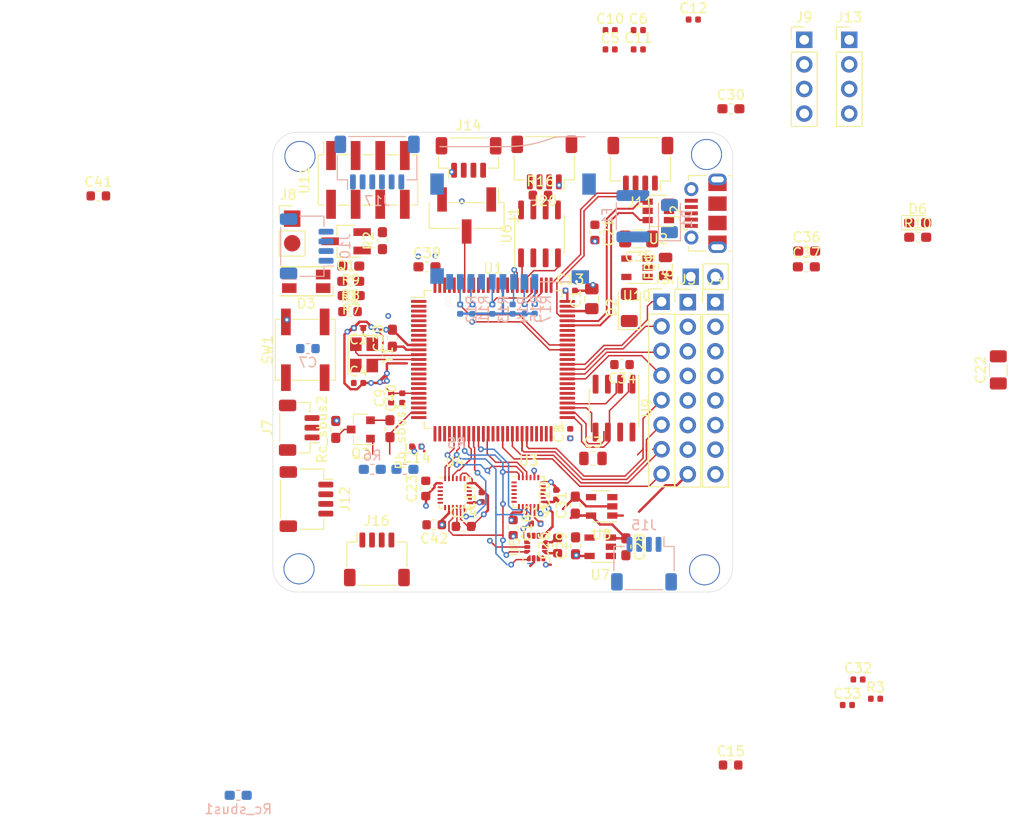
<source format=kicad_pcb>
(kicad_pcb (version 20171130) (host pcbnew "(5.1.6)-1")
  (layers (0 F.Cu signal) (1 In1.Cu power) (2 In2.Cu power) (31 B.Cu signal) (34 B.Paste user) (35 F.Paste user) (36 B.SilkS user) (37 F.SilkS user) (38 B.Mask user) (39 F.Mask user) (44 Edge.Cuts user))
  (net 0 "")
  (net 1 GND)
  (net 2 VCAP_2)
  (net 3 "Net-(C2-Pad1)")
  (net 4 VCAP_1)
  (net 5 "Net-(C4-Pad1)")
  (net 6 VCC)
  (net 7 NRST)
  (net 8 +1V8)
  (net 9 +3.3VA)
  (net 10 "Net-(C19-Pad1)")
  (net 11 "Net-(C24-Pad1)")
  (net 12 PWR_IN)
  (net 13 VBUS)
  (net 14 "Net-(D3-Pad2)")
  (net 15 "Net-(D6-Pad2)")
  (net 16 BOOT0)
  (net 17 /USB_sheet/D+)
  (net 18 "Net-(J2-Pad4)")
  (net 19 /USB_sheet/D-)
  (net 20 USB_D+)
  (net 21 TIM1_CH3)
  (net 22 TIM1_CH2)
  (net 23 TIM1_CH1)
  (net 24 TIM3_CH4)
  (net 25 TIM3_CH3)
  (net 26 TIM3_CH2)
  (net 27 TIM3_CH1)
  (net 28 SBUS_DEVICE)
  (net 29 "Net-(J8-Pad1)")
  (net 30 UART4_RX)
  (net 31 UART4_TX)
  (net 32 UART1_TX)
  (net 33 UART1_RX)
  (net 34 SWCLK)
  (net 35 SWDIO)
  (net 36 UART5_TX)
  (net 37 UART5_RX)
  (net 38 I2C_SCl)
  (net 39 I2C_SDA)
  (net 40 I2C2_SCl)
  (net 41 I2C2_SDA)
  (net 42 UART3_RX)
  (net 43 UART3_TX)
  (net 44 UART2_CTS)
  (net 45 UART2_RTS)
  (net 46 UART2_TX)
  (net 47 UART2_RX)
  (net 48 /CAN_sheet/CAN+)
  (net 49 /CAN_sheet/CAN-)
  (net 50 "Net-(Q1-Pad2)")
  (net 51 "Net-(Q2-Pad2)")
  (net 52 Buzzer)
  (net 53 ICM20948_CS)
  (net 54 MPU9250_CS)
  (net 55 LED1)
  (net 56 LED2)
  (net 57 LED3)
  (net 58 SDIO0)
  (net 59 SDIO1)
  (net 60 SDIO_CLK)
  (net 61 SDIO_CMD)
  (net 62 SDIO3)
  (net 63 SDIO2)
  (net 64 SBUS)
  (net 65 UART8_TX)
  (net 66 UART8_RX)
  (net 67 CAN1_TX)
  (net 68 CAN1_RX)
  (net 69 USB_D-)
  (net 70 "Net-(U1-Pad67)")
  (net 71 UART6_RX)
  (net 72 UART6_TX)
  (net 73 SPI2_MOSI)
  (net 74 SPI2_MISO)
  (net 75 SPI2_SCK)
  (net 76 EXTERNAL_MEM_CS)
  (net 77 "Net-(U1-Pad46)")
  (net 78 TIM1_CH4)
  (net 79 "Net-(U1-Pad43)")
  (net 80 3.3_SENSE_EN)
  (net 81 UART7_TX)
  (net 82 UART7_RX)
  (net 83 ICM20948_DRDY)
  (net 84 LSM6D3_CS)
  (net 85 MPU9250_DRDY)
  (net 86 IMU_MOSI)
  (net 87 IMU_MISO)
  (net 88 IMU_CLK)
  (net 89 BATT_CURRENT_SENSE)
  (net 90 BATT_VOLT_SENSE)
  (net 91 USART4_TX)
  (net 92 OSC1-)
  (net 93 OSC1+)
  (net 94 "Net-(U3-Pad21)")
  (net 95 "Net-(U3-Pad19)")
  (net 96 "Net-(U3-Pad17)")
  (net 97 "Net-(U3-Pad16)")
  (net 98 "Net-(U3-Pad15)")
  (net 99 "Net-(U3-Pad14)")
  (net 100 "Net-(U3-Pad7)")
  (net 101 "Net-(U3-Pad6)")
  (net 102 "Net-(U3-Pad5)")
  (net 103 "Net-(U3-Pad4)")
  (net 104 "Net-(U3-Pad3)")
  (net 105 "Net-(U3-Pad2)")
  (net 106 "Net-(U3-Pad1)")
  (net 107 "Net-(U4-Pad21)")
  (net 108 "Net-(U4-Pad7)")
  (net 109 "Net-(U5-Pad11)")
  (net 110 "Net-(U5-Pad10)")
  (net 111 LSM6D3_DRDY2)
  (net 112 LSM6D3_DRDY1)
  (net 113 "Net-(U6-Pad5)")
  (net 114 "Net-(U7-Pad4)")
  (net 115 "Net-(U8-Pad4)")
  (net 116 "Net-(U10-Pad4)")
  (net 117 "Net-(D2-Pad2)")
  (net 118 "Net-(F1-Pad1)")
  (net 119 5V_SENSE)
  (net 120 SPI3_MOSI)
  (net 121 SPI3_MISO)
  (net 122 SPI3_SCK)
  (net 123 SPI3_CS)
  (net 124 "Net-(U1-Pad58)")
  (net 125 SAFETY_SWITCH_IN)
  (net 126 LED_SAFETY)
  (net 127 "Net-(U1-Pad16)")
  (net 128 nRF24_EN)
  (net 129 SPI4_MOSI)
  (net 130 SPI4_MISO)
  (net 131 SPI4_CE)
  (net 132 SPI4_CLK)
  (net 133 "Net-(U11-Pad8)")
  (net 134 "Net-(U11-Pad7)")
  (net 135 "Net-(U11-Pad6)")
  (net 136 "Net-(U11-Pad5)")
  (net 137 "Net-(U11-Pad4)")
  (net 138 "Net-(U11-Pad3)")
  (net 139 "Net-(U11-Pad2)")
  (net 140 "Net-(U11-Pad1)")
  (net 141 "Net-(D3-Pad3)")
  (net 142 "Net-(D3-Pad1)")
  (net 143 5V_IN)
  (net 144 "Net-(U1-Pad69)")
  (net 145 "Net-(U1-Pad68)")
  (net 146 "Net-(U1-Pad51)")
  (module Capacitor_SMD:C_0402_1005Metric (layer F.Cu) (at 174.525 111.375 90)
    (fp_text reference C20 (at 0 -1.17 90) (layer F.SilkS))
    (fp_text value C)
    (pad 2 smd roundrect (at 0.485 0 90) (size 0.59 0.64) (layers F.Cu F.Paste F.Mask) (net 1 GND))
    (pad 1 smd roundrect (at -0.485 0 90) (size 0.59 0.64) (layers F.Cu F.Paste F.Mask) (net 9 +3.3VA))
  )
  (module Capacitor_SMD:C_0603_1608Metric (layer F.Cu) (at 170.075 114.775 270)
    (fp_text reference C16 (at 0 -1.43 90) (layer F.SilkS))
    (fp_text value 0.1uF)
    (pad 2 smd roundrect (at 0.7875 0 270) (size 0.875 0.95) (layers F.Cu F.Paste F.Mask) (net 1 GND))
    (pad 1 smd roundrect (at -0.7875 0 270) (size 0.875 0.95) (layers F.Cu F.Paste F.Mask) (net 8 +1V8))
  )
  (module Capacitor_SMD:C_0603_1608Metric (layer F.Cu) (at 161.05 110.725 90)
    (fp_text reference C23 (at 0 -1.43 270) (layer F.SilkS))
    (fp_text value 0.1uF)
    (pad 2 smd roundrect (at 0.7875 0 90) (size 0.875 0.95) (layers F.Cu F.Paste F.Mask) (net 1 GND))
    (pad 1 smd roundrect (at -0.7875 0 90) (size 0.875 0.95) (layers F.Cu F.Paste F.Mask) (net 9 +3.3VA))
  )
  (module Capacitor_SMD:C_0603_1608Metric (layer F.Cu) (at 174.675 116.625 90)
    (fp_text reference C26 (at 0 -1.43 90) (layer F.SilkS))
    (fp_text value 0.1uF)
    (pad 2 smd roundrect (at 0.7875 0 90) (size 0.875 0.95) (layers F.Cu F.Paste F.Mask) (net 1 GND))
    (pad 1 smd roundrect (at -0.7875 0 90) (size 0.875 0.95) (layers F.Cu F.Paste F.Mask) (net 9 +3.3VA))
  )
  (module Capacitor_SMD:C_0402_1005Metric (layer F.Cu) (at 172.425 114.35)
    (fp_text reference C19 (at 0 -1.17) (layer F.SilkS))
    (fp_text value C)
    (pad 2 smd roundrect (at 0.485 0) (size 0.59 0.64) (layers F.Cu F.Paste F.Mask) (net 1 GND))
    (pad 1 smd roundrect (at -0.485 0) (size 0.59 0.64) (layers F.Cu F.Paste F.Mask) (net 10 "Net-(C19-Pad1)"))
  )
  (module Capacitor_SMD:C_0603_1608Metric (layer F.Cu) (at 164.95 114.65)
    (fp_text reference C24 (at 0 -1.43) (layer F.SilkS))
    (fp_text value 0.1uF)
    (pad 2 smd roundrect (at 0.7875 0) (size 0.875 0.95) (layers F.Cu F.Paste F.Mask) (net 1 GND))
    (pad 1 smd roundrect (at -0.7875 0) (size 0.875 0.95) (layers F.Cu F.Paste F.Mask) (net 11 "Net-(C24-Pad1)"))
  )
  (module Capacitor_SMD:C_0402_1005Metric (layer F.Cu) (at 166.825 111.625 90)
    (fp_text reference C17 (at 0 -1.17 90) (layer F.SilkS))
    (fp_text value C)
    (pad 2 smd roundrect (at 0.485 0 90) (size 0.59 0.64) (layers F.Cu F.Paste F.Mask) (net 1 GND))
    (pad 1 smd roundrect (at -0.485 0 90) (size 0.59 0.64) (layers F.Cu F.Paste F.Mask) (net 9 +3.3VA))
  )
  (module Package_LGA:LGA-14_3x2.5mm_P0.5mm_LayoutBorder3x4y (layer F.Cu) (at 172.45 116.775 90)
    (fp_text reference U5 (at 0 -2.2 90) (layer F.SilkS))
    (fp_text value LSM6DS3)
    (pad 14 smd custom (at -0.5 -0.9125 90) (size 0.223223 0.223223) (layers F.Cu F.Paste F.Mask) (net 86 IMU_MOSI) (options (clearance outline) (anchor circle)) (primitives (gr_poly (pts (xy -0.125 -0.2375) (xy 0.125 -0.2375) (xy 0.125 0.2375) (xy 0.081066 0.2375) (xy -0.125 0.031434)) (width 0.15))))
    (pad 13 smd roundrect (at 0 -0.9125 90) (size 0.4 0.625) (layers F.Cu F.Paste F.Mask) (net 88 IMU_CLK))
    (pad 12 smd custom (at 0.5 -0.9125 90) (size 0.223223 0.223223) (layers F.Cu F.Paste F.Mask) (net 84 LSM6D3_CS) (options (clearance outline) (anchor circle)) (primitives (gr_poly (pts (xy -0.125 -0.2375) (xy 0.125 -0.2375) (xy 0.125 0.031434) (xy -0.081066 0.2375) (xy -0.125 0.2375)) (width 0.15))))
    (pad 11 smd custom (at 1.1625 -0.75 90) (size 0.223223 0.223223) (layers F.Cu F.Paste F.Mask) (net 109 "Net-(U5-Pad11)") (options (clearance outline) (anchor circle)) (primitives (gr_poly (pts (xy -0.2375 0.081066) (xy -0.031434 -0.125) (xy 0.2375 -0.125) (xy 0.2375 0.125) (xy -0.2375 0.125)) (width 0.15))))
    (pad 10 smd roundrect (at 1.1625 -0.25 90) (size 0.625 0.4) (layers F.Cu F.Paste F.Mask) (net 110 "Net-(U5-Pad10)"))
    (pad 9 smd roundrect (at 1.1625 0.25 90) (size 0.625 0.4) (layers F.Cu F.Paste F.Mask) (net 111 LSM6D3_DRDY2))
    (pad 8 smd custom (at 1.1625 0.75 90) (size 0.223223 0.223223) (layers F.Cu F.Paste F.Mask) (net 9 +3.3VA) (options (clearance outline) (anchor circle)) (primitives (gr_poly (pts (xy -0.2375 -0.125) (xy 0.2375 -0.125) (xy 0.2375 0.125) (xy -0.031434 0.125) (xy -0.2375 -0.081066)) (width 0.15))))
    (pad 7 smd custom (at 0.5 0.9125 90) (size 0.223223 0.223223) (layers F.Cu F.Paste F.Mask) (net 1 GND) (options (clearance outline) (anchor circle)) (primitives (gr_poly (pts (xy -0.125 -0.2375) (xy -0.081066 -0.2375) (xy 0.125 -0.031434) (xy 0.125 0.2375) (xy -0.125 0.2375)) (width 0.15))))
    (pad 6 smd roundrect (at 0 0.9125 90) (size 0.4 0.625) (layers F.Cu F.Paste F.Mask) (net 1 GND))
    (pad 5 smd custom (at -0.5 0.9125 90) (size 0.223223 0.223223) (layers F.Cu F.Paste F.Mask) (net 9 +3.3VA) (options (clearance outline) (anchor circle)) (primitives (gr_poly (pts (xy -0.125 -0.031434) (xy 0.081066 -0.2375) (xy 0.125 -0.2375) (xy 0.125 0.2375) (xy -0.125 0.2375)) (width 0.15))))
    (pad 4 smd custom (at -1.1625 0.75 90) (size 0.223223 0.223223) (layers F.Cu F.Paste F.Mask) (net 112 LSM6D3_DRDY1) (options (clearance outline) (anchor circle)) (primitives (gr_poly (pts (xy -0.2375 -0.125) (xy 0.2375 -0.125) (xy 0.2375 -0.081066) (xy 0.031434 0.125) (xy -0.2375 0.125)) (width 0.15))))
    (pad 3 smd roundrect (at -1.1625 0.25 90) (size 0.625 0.4) (layers F.Cu F.Paste F.Mask) (net 1 GND))
    (pad 2 smd roundrect (at -1.1625 -0.25 90) (size 0.625 0.4) (layers F.Cu F.Paste F.Mask) (net 1 GND))
    (pad 1 smd custom (at -1.1625 -0.75 90) (size 0.223223 0.223223) (layers F.Cu F.Paste F.Mask) (net 87 IMU_MISO) (options (clearance outline) (anchor circle)) (primitives (gr_poly (pts (xy -0.2375 -0.125) (xy 0.031434 -0.125) (xy 0.2375 0.081066) (xy 0.2375 0.125) (xy -0.2375 0.125)) (width 0.15))))
  )
  (module Sensor_Motion:InvenSense_QFN-24_3x3mm_P0.4mm (layer F.Cu) (at 164.05 111.2)
    (fp_text reference U4 (at 0 -3.25) (layer F.SilkS))
    (fp_text value MPU-9250)
    (pad 24 smd roundrect (at -1 -1.5 90) (size 0.55 0.2) (layers F.Cu F.Paste F.Mask) (net 87 IMU_MISO))
    (pad 23 smd roundrect (at -0.6 -1.5 90) (size 0.55 0.2) (layers F.Cu F.Paste F.Mask) (net 88 IMU_CLK))
    (pad 22 smd roundrect (at -0.2 -1.5 90) (size 0.55 0.2) (layers F.Cu F.Paste F.Mask) (net 54 MPU9250_CS))
    (pad 21 smd roundrect (at 0.2 -1.5 90) (size 0.55 0.2) (layers F.Cu F.Paste F.Mask) (net 107 "Net-(U4-Pad21)"))
    (pad 20 smd roundrect (at 0.6 -1.5 90) (size 0.55 0.2) (layers F.Cu F.Paste F.Mask) (net 1 GND))
    (pad 19 smd roundrect (at 1 -1.5 90) (size 0.55 0.2) (layers F.Cu F.Paste F.Mask))
    (pad 18 smd roundrect (at 1.5 -1) (size 0.55 0.2) (layers F.Cu F.Paste F.Mask) (net 1 GND))
    (pad 17 smd roundrect (at 1.5 -0.6) (size 0.55 0.2) (layers F.Cu F.Paste F.Mask))
    (pad 16 smd roundrect (at 1.5 -0.2) (size 0.55 0.2) (layers F.Cu F.Paste F.Mask))
    (pad 15 smd roundrect (at 1.5 0.2) (size 0.55 0.2) (layers F.Cu F.Paste F.Mask))
    (pad 14 smd roundrect (at 1.5 0.6) (size 0.55 0.2) (layers F.Cu F.Paste F.Mask))
    (pad 13 smd roundrect (at 1.5 1) (size 0.55 0.2) (layers F.Cu F.Paste F.Mask) (net 9 +3.3VA))
    (pad 12 smd roundrect (at 1 1.5 90) (size 0.55 0.2) (layers F.Cu F.Paste F.Mask) (net 85 MPU9250_DRDY))
    (pad 11 smd roundrect (at 0.6 1.5 90) (size 0.55 0.2) (layers F.Cu F.Paste F.Mask) (net 1 GND))
    (pad 10 smd roundrect (at 0.2 1.5 90) (size 0.55 0.2) (layers F.Cu F.Paste F.Mask) (net 11 "Net-(C24-Pad1)"))
    (pad 9 smd roundrect (at -0.2 1.5 90) (size 0.55 0.2) (layers F.Cu F.Paste F.Mask) (net 86 IMU_MOSI))
    (pad 8 smd roundrect (at -0.6 1.5 90) (size 0.55 0.2) (layers F.Cu F.Paste F.Mask) (net 8 +1V8))
    (pad 7 smd roundrect (at -1 1.5 90) (size 0.55 0.2) (layers F.Cu F.Paste F.Mask) (net 108 "Net-(U4-Pad7)"))
    (pad 6 smd roundrect (at -1.5 1) (size 0.55 0.2) (layers F.Cu F.Paste F.Mask))
    (pad 5 smd roundrect (at -1.5 0.6) (size 0.55 0.2) (layers F.Cu F.Paste F.Mask))
    (pad 4 smd roundrect (at -1.5 0.2) (size 0.55 0.2) (layers F.Cu F.Paste F.Mask))
    (pad 3 smd roundrect (at -1.5 -0.2) (size 0.55 0.2) (layers F.Cu F.Paste F.Mask))
    (pad 2 smd roundrect (at -1.5 -0.6) (size 0.55 0.2) (layers F.Cu F.Paste F.Mask))
    (pad 1 smd roundrect (at -1.5 -1) (size 0.55 0.2) (layers F.Cu F.Paste F.Mask) (net 9 +3.3VA))
  )
  (module Sensor_Motion:InvenSense_QFN-24_3x3mm_P0.4mm (layer F.Cu) (at 171.675 111.1)
    (fp_text reference U3 (at 0 -3.25) (layer F.SilkS))
    (fp_text value ICM-20948)
    (pad 24 smd roundrect (at -1 -1.5 90) (size 0.55 0.2) (layers F.Cu F.Paste F.Mask) (net 86 IMU_MOSI))
    (pad 23 smd roundrect (at -0.6 -1.5 90) (size 0.55 0.2) (layers F.Cu F.Paste F.Mask) (net 88 IMU_CLK))
    (pad 22 smd roundrect (at -0.2 -1.5 90) (size 0.55 0.2) (layers F.Cu F.Paste F.Mask) (net 53 ICM20948_CS))
    (pad 21 smd roundrect (at 0.2 -1.5 90) (size 0.55 0.2) (layers F.Cu F.Paste F.Mask) (net 94 "Net-(U3-Pad21)"))
    (pad 20 smd roundrect (at 0.6 -1.5 90) (size 0.55 0.2) (layers F.Cu F.Paste F.Mask) (net 1 GND))
    (pad 19 smd roundrect (at 1 -1.5 90) (size 0.55 0.2) (layers F.Cu F.Paste F.Mask) (net 95 "Net-(U3-Pad19)"))
    (pad 18 smd roundrect (at 1.5 -1) (size 0.55 0.2) (layers F.Cu F.Paste F.Mask) (net 1 GND))
    (pad 17 smd roundrect (at 1.5 -0.6) (size 0.55 0.2) (layers F.Cu F.Paste F.Mask) (net 96 "Net-(U3-Pad17)"))
    (pad 16 smd roundrect (at 1.5 -0.2) (size 0.55 0.2) (layers F.Cu F.Paste F.Mask) (net 97 "Net-(U3-Pad16)"))
    (pad 15 smd roundrect (at 1.5 0.2) (size 0.55 0.2) (layers F.Cu F.Paste F.Mask) (net 98 "Net-(U3-Pad15)"))
    (pad 14 smd roundrect (at 1.5 0.6) (size 0.55 0.2) (layers F.Cu F.Paste F.Mask) (net 99 "Net-(U3-Pad14)"))
    (pad 13 smd roundrect (at 1.5 1) (size 0.55 0.2) (layers F.Cu F.Paste F.Mask) (net 9 +3.3VA))
    (pad 12 smd roundrect (at 1 1.5 90) (size 0.55 0.2) (layers F.Cu F.Paste F.Mask) (net 83 ICM20948_DRDY))
    (pad 11 smd roundrect (at 0.6 1.5 90) (size 0.55 0.2) (layers F.Cu F.Paste F.Mask) (net 1 GND))
    (pad 10 smd roundrect (at 0.2 1.5 90) (size 0.55 0.2) (layers F.Cu F.Paste F.Mask) (net 10 "Net-(C19-Pad1)"))
    (pad 9 smd roundrect (at -0.2 1.5 90) (size 0.55 0.2) (layers F.Cu F.Paste F.Mask) (net 87 IMU_MISO))
    (pad 8 smd roundrect (at -0.6 1.5 90) (size 0.55 0.2) (layers F.Cu F.Paste F.Mask) (net 8 +1V8))
    (pad 7 smd roundrect (at -1 1.5 90) (size 0.55 0.2) (layers F.Cu F.Paste F.Mask) (net 100 "Net-(U3-Pad7)"))
    (pad 6 smd roundrect (at -1.5 1) (size 0.55 0.2) (layers F.Cu F.Paste F.Mask) (net 101 "Net-(U3-Pad6)"))
    (pad 5 smd roundrect (at -1.5 0.6) (size 0.55 0.2) (layers F.Cu F.Paste F.Mask) (net 102 "Net-(U3-Pad5)"))
    (pad 4 smd roundrect (at -1.5 0.2) (size 0.55 0.2) (layers F.Cu F.Paste F.Mask) (net 103 "Net-(U3-Pad4)"))
    (pad 3 smd roundrect (at -1.5 -0.2) (size 0.55 0.2) (layers F.Cu F.Paste F.Mask) (net 104 "Net-(U3-Pad3)"))
    (pad 2 smd roundrect (at -1.5 -0.6) (size 0.55 0.2) (layers F.Cu F.Paste F.Mask) (net 105 "Net-(U3-Pad2)"))
    (pad 1 smd roundrect (at -1.5 -1) (size 0.55 0.2) (layers F.Cu F.Paste F.Mask) (net 106 "Net-(U3-Pad1)"))
  )
  (module Capacitor_SMD:C_0603_1608Metric (layer F.Cu) (at 161.925 114.475 180)
    (fp_text reference C42 (at 0 -1.43) (layer F.SilkS))
    (fp_text value 0.1uF)
    (pad 2 smd roundrect (at 0.7875 0 180) (size 0.875 0.95) (layers F.Cu F.Paste F.Mask) (net 1 GND))
    (pad 1 smd roundrect (at -0.7875 0 180) (size 0.875 0.95) (layers F.Cu F.Paste F.Mask) (net 8 +1V8))
  )
  (module Connector_PinHeader_2.54mm:PinHeader_1x04_P2.54mm_Vertical (layer F.Cu) (at 204.8 64.375)
    (fp_text reference J13 (at 0 -2.33) (layer F.SilkS))
    (fp_text value Conn_01x04_Male)
    (pad 4 thru_hole oval (at 0 7.62) (size 1.7 1.7) (drill 1) (layers *.Cu *.Mask) (net 143 5V_IN))
    (pad 3 thru_hole oval (at 0 5.08) (size 1.7 1.7) (drill 1) (layers *.Cu *.Mask) (net 36 UART5_TX))
    (pad 2 thru_hole oval (at 0 2.54) (size 1.7 1.7) (drill 1) (layers *.Cu *.Mask) (net 37 UART5_RX))
    (pad 1 thru_hole rect (at 0 0) (size 1.7 1.7) (drill 1) (layers *.Cu *.Mask) (net 1 GND))
  )
  (module Connector_JST:JST_SH_SM04B-SRSS-TB_1x04-1MP_P1.00mm_Horizontal (layer B.Cu) (at 148.75 85.7 90)
    (fp_text reference J10 (at 0 3.98 90) (layer B.SilkS) (effects (justify mirror)))
    (fp_text value Conn_01x04_Male)
    (pad MP smd roundrect (at 2.8 -1.875 90) (size 1.2 1.8) (layers B.Cu B.Paste B.Mask) (roundrect_rratio 0.208333))
    (pad MP smd roundrect (at -2.8 -1.875 90) (size 1.2 1.8) (layers B.Cu B.Paste B.Mask) (roundrect_rratio 0.208333))
    (pad 4 smd roundrect (at 1.5 2 90) (size 0.6 1.55) (layers B.Cu B.Paste B.Mask) (net 6 VCC))
    (pad 3 smd roundrect (at 0.5 2 90) (size 0.6 1.55) (layers B.Cu B.Paste B.Mask) (net 32 UART1_TX))
    (pad 2 smd roundrect (at -0.5 2 90) (size 0.6 1.55) (layers B.Cu B.Paste B.Mask) (net 33 UART1_RX))
    (pad 1 smd roundrect (at -1.5 2 90) (size 0.6 1.55) (layers B.Cu B.Paste B.Mask) (net 1 GND))
  )
  (module Connector_PinHeader_2.54mm:PinHeader_1x04_P2.54mm_Vertical (layer F.Cu) (at 200.15 64.375)
    (fp_text reference J9 (at 0 -2.33) (layer F.SilkS))
    (fp_text value UART4_con)
    (pad 4 thru_hole oval (at 0 7.62) (size 1.7 1.7) (drill 1) (layers *.Cu *.Mask) (net 6 VCC))
    (pad 3 thru_hole oval (at 0 5.08) (size 1.7 1.7) (drill 1) (layers *.Cu *.Mask) (net 30 UART4_RX))
    (pad 2 thru_hole oval (at 0 2.54) (size 1.7 1.7) (drill 1) (layers *.Cu *.Mask) (net 31 UART4_TX))
    (pad 1 thru_hole rect (at 0 0) (size 1.7 1.7) (drill 1) (layers *.Cu *.Mask) (net 1 GND))
  )
  (module Connector_JST:JST_SH_SM04B-SRSS-TB_1x04-1MP_P1.00mm_Horizontal (layer B.Cu) (at 183.6 118.5 180)
    (fp_text reference J15 (at 0 3.98) (layer B.SilkS) (effects (justify mirror)))
    (fp_text value UART4_con)
    (pad MP smd roundrect (at 2.8 -1.875 180) (size 1.2 1.8) (layers B.Cu B.Paste B.Mask) (roundrect_rratio 0.208333))
    (pad MP smd roundrect (at -2.8 -1.875 180) (size 1.2 1.8) (layers B.Cu B.Paste B.Mask) (roundrect_rratio 0.208333))
    (pad 4 smd roundrect (at 1.5 2 180) (size 0.6 1.55) (layers B.Cu B.Paste B.Mask) (net 143 5V_IN))
    (pad 3 smd roundrect (at 0.5 2 180) (size 0.6 1.55) (layers B.Cu B.Paste B.Mask) (net 40 I2C2_SCl))
    (pad 2 smd roundrect (at -0.5 2 180) (size 0.6 1.55) (layers B.Cu B.Paste B.Mask) (net 41 I2C2_SDA))
    (pad 1 smd roundrect (at -1.5 2 180) (size 0.6 1.55) (layers B.Cu B.Paste B.Mask) (net 1 GND))
  )
  (module Connector_JST:JST_SH_BM03B-SRSS-TB_1x03-1MP_P1.00mm_Vertical (layer F.Cu) (at 147.975 104.45 90)
    (fp_text reference J7 (at 0 -3.3 90) (layer F.SilkS))
    (fp_text value Conn_01x03_Male)
    (pad MP smd roundrect (at 2.3 -1.2 90) (size 1.2 1.8) (layers F.Cu F.Paste F.Mask) (roundrect_rratio 0.208333))
    (pad MP smd roundrect (at -2.3 -1.2 90) (size 1.2 1.8) (layers F.Cu F.Paste F.Mask) (roundrect_rratio 0.208333))
    (pad 3 smd roundrect (at 1 1.325 90) (size 0.6 1.55) (layers F.Cu F.Paste F.Mask) (net 6 VCC))
    (pad 2 smd roundrect (at 0 1.325 90) (size 0.6 1.55) (layers F.Cu F.Paste F.Mask) (net 28 SBUS_DEVICE))
    (pad 1 smd roundrect (at -1 1.325 90) (size 0.6 1.55) (layers F.Cu F.Paste F.Mask) (net 1 GND))
  )
  (module Connector_PinHeader_2.54mm:PinHeader_1x02_P2.54mm_Vertical (layer F.Cu) (at 147.25 82.85)
    (fp_text reference J8 (at -0.4 -2.475) (layer F.SilkS))
    (fp_text value Conn_01x02_Male)
    (pad 2 smd oval (at 0 2.54) (size 1.7 1.7) (layers F.Cu F.Paste F.Mask) (net 143 5V_IN))
    (pad 1 smd rect (at 0 0) (size 1.7 1.7) (layers F.Cu F.Paste F.Mask) (net 29 "Net-(J8-Pad1)"))
  )
  (module Connector_PinHeader_2.54mm:PinHeader_1x03_P2.54mm_Vertical_SMD_Pin1Left (layer F.Cu) (at 165.275 82.525 270)
    (fp_text reference J1 (at 0 -4.87 90) (layer F.SilkS))
    (fp_text value Conn_01x03_Male)
    (pad 2 smd rect (at 1.655 0 270) (size 2.51 1) (layers F.Cu F.Paste F.Mask) (net 16 BOOT0))
    (pad 3 smd rect (at -1.655 2.54 270) (size 2.51 1) (layers F.Cu F.Paste F.Mask) (net 1 GND))
    (pad 1 smd rect (at -1.655 -2.54 270) (size 2.51 1) (layers F.Cu F.Paste F.Mask) (net 6 VCC))
  )
  (module Connector_JST:JST_SH_SM06B-SRSS-TB_1x06-1MP_P1.00mm_Horizontal (layer B.Cu) (at 156.025 77.05)
    (fp_text reference J17 (at 0 3.98) (layer B.SilkS) (effects (justify mirror)))
    (fp_text value Conn_01x06_Male)
    (pad MP smd roundrect (at 3.8 -1.875) (size 1.2 1.8) (layers B.Cu B.Paste B.Mask) (roundrect_rratio 0.208333))
    (pad MP smd roundrect (at -3.8 -1.875) (size 1.2 1.8) (layers B.Cu B.Paste B.Mask) (roundrect_rratio 0.208333))
    (pad 6 smd roundrect (at 2.5 2) (size 0.6 1.55) (layers B.Cu B.Paste B.Mask) (net 1 GND))
    (pad 5 smd roundrect (at 1.5 2) (size 0.6 1.55) (layers B.Cu B.Paste B.Mask) (net 44 UART2_CTS))
    (pad 4 smd roundrect (at 0.5 2) (size 0.6 1.55) (layers B.Cu B.Paste B.Mask) (net 45 UART2_RTS))
    (pad 3 smd roundrect (at -0.5 2) (size 0.6 1.55) (layers B.Cu B.Paste B.Mask) (net 46 UART2_TX))
    (pad 2 smd roundrect (at -1.5 2) (size 0.6 1.55) (layers B.Cu B.Paste B.Mask) (net 47 UART2_RX))
    (pad 1 smd roundrect (at -2.5 2) (size 0.6 1.55) (layers B.Cu B.Paste B.Mask) (net 6 VCC))
  )
  (module Connector_JST:JST_SH_SM04B-SRSS-TB_1x04-1MP_P1.00mm_Horizontal (layer F.Cu) (at 156 118.05)
    (fp_text reference J16 (at 0 -3.98 180) (layer F.SilkS))
    (fp_text value UART4_con)
    (pad MP smd roundrect (at 2.8 1.875) (size 1.2 1.8) (layers F.Cu F.Paste F.Mask) (roundrect_rratio 0.208333))
    (pad MP smd roundrect (at -2.8 1.875) (size 1.2 1.8) (layers F.Cu F.Paste F.Mask) (roundrect_rratio 0.208333))
    (pad 4 smd roundrect (at 1.5 -2) (size 0.6 1.55) (layers F.Cu F.Paste F.Mask) (net 1 GND))
    (pad 3 smd roundrect (at 0.5 -2) (size 0.6 1.55) (layers F.Cu F.Paste F.Mask) (net 42 UART3_RX))
    (pad 2 smd roundrect (at -0.5 -2) (size 0.6 1.55) (layers F.Cu F.Paste F.Mask) (net 43 UART3_TX))
    (pad 1 smd roundrect (at -1.5 -2) (size 0.6 1.55) (layers F.Cu F.Paste F.Mask) (net 6 VCC))
  )
  (module Pixracer_clone:SUNTECH_ST-TF-003A (layer B.Cu) (at 168.8 84.05)
    (fp_text reference J18 (at -4.57732 7.38873 180) (layer B.SilkS) (effects (font (size 1.000504 1.000504) (thickness 0.015)) (justify mirror)))
    (fp_text value Micro_SD_Card)
    (pad 1 smd rect (at 3.52 5.33) (size 0.7 1.6) (layers B.Cu B.Paste B.Mask) (net 63 SDIO2))
    (pad 2 smd rect (at 2.42 5.33) (size 0.7 1.6) (layers B.Cu B.Paste B.Mask) (net 62 SDIO3))
    (pad 3 smd rect (at 1.32 5.33) (size 0.7 1.6) (layers B.Cu B.Paste B.Mask) (net 61 SDIO_CMD))
    (pad 4 smd rect (at 0.22 5.33) (size 0.7 1.6) (layers B.Cu B.Paste B.Mask) (net 6 VCC))
    (pad 5 smd rect (at -0.88 5.33) (size 0.7 1.6) (layers B.Cu B.Paste B.Mask) (net 60 SDIO_CLK))
    (pad 6 smd rect (at -1.98 5.33) (size 0.7 1.6) (layers B.Cu B.Paste B.Mask) (net 1 GND))
    (pad 7 smd rect (at -3.08 5.33) (size 0.7 1.6) (layers B.Cu B.Paste B.Mask) (net 58 SDIO0))
    (pad 8 smd rect (at -4.18 5.33) (size 0.7 1.6) (layers B.Cu B.Paste B.Mask) (net 59 SDIO1))
    (pad 9 smd rect (at -5.28 5.33) (size 0.7 1.6) (layers B.Cu B.Paste B.Mask) (net 1 GND))
    (pad G1 smd rect (at -6.58 4.73) (size 1.4 1.6) (layers B.Cu B.Paste B.Mask))
    (pad G2 smd rect (at -6.58 -4.77) (size 1.4 2.2) (layers B.Cu B.Paste B.Mask))
    (pad G4 smd rect (at 8.22 4.83) (size 1.8 1.4) (layers B.Cu B.Paste B.Mask))
    (pad G3 smd rect (at 9.12 -4.77) (size 1.4 2.2) (layers B.Cu B.Paste B.Mask))
  )
  (module Connector_JST:JST_SH_SM04B-SRSS-TB_1x04-1MP_P1.00mm_Horizontal (layer F.Cu) (at 148.725 111.825 270)
    (fp_text reference J12 (at 0 -3.98 90) (layer F.SilkS))
    (fp_text value Conn_01x04_Male)
    (pad MP smd roundrect (at 2.8 1.875 270) (size 1.2 1.8) (layers F.Cu F.Paste F.Mask) (roundrect_rratio 0.208333))
    (pad MP smd roundrect (at -2.8 1.875 270) (size 1.2 1.8) (layers F.Cu F.Paste F.Mask) (roundrect_rratio 0.208333))
    (pad 4 smd roundrect (at 1.5 -2 270) (size 0.6 1.55) (layers F.Cu F.Paste F.Mask) (net 6 VCC))
    (pad 3 smd roundrect (at 0.5 -2 270) (size 0.6 1.55) (layers F.Cu F.Paste F.Mask) (net 81 UART7_TX))
    (pad 2 smd roundrect (at -0.5 -2 270) (size 0.6 1.55) (layers F.Cu F.Paste F.Mask) (net 82 UART7_RX))
    (pad 1 smd roundrect (at -1.5 -2 270) (size 0.6 1.55) (layers F.Cu F.Paste F.Mask) (net 1 GND))
  )
  (module Capacitor_SMD:C_0805_2012Metric (layer F.Cu) (at 178.325 107.625)
    (fp_text reference C3 (at 0 -1.65) (layer F.SilkS))
    (fp_text value CP)
    (pad 2 smd roundrect (at 0.9375 0) (size 0.975 1.4) (layers F.Cu F.Paste F.Mask) (net 1 GND))
    (pad 1 smd roundrect (at -0.9375 0) (size 0.975 1.4) (layers F.Cu F.Paste F.Mask) (net 4 VCAP_1))
  )
  (module Capacitor_SMD:C_0805_2012Metric_Pad1.15x1.40mm_HandSolder (layer F.Cu) (at 178.2 91.125 90)
    (fp_text reference C1 (at 0 -1.65 90) (layer F.SilkS))
    (fp_text value CP)
    (pad 2 smd roundrect (at 1.025 0 90) (size 1.15 1.4) (layers F.Cu F.Paste F.Mask) (roundrect_rratio 0.217391) (net 1 GND))
    (pad 1 smd roundrect (at -1.025 0 90) (size 1.15 1.4) (layers F.Cu F.Paste F.Mask) (roundrect_rratio 0.217391) (net 2 VCAP_2))
  )
  (module Package_SO:SOIC-8-1EP_3.9x4.9mm_P1.27mm_EP2.29x3mm (layer F.Cu) (at 180.5 102.425 270)
    (fp_text reference U9 (at 0 -3.4 270) (layer F.SilkS))
    (fp_text value 25LCxxx)
    (pad 8 smd roundrect (at 2.475 -1.905 270) (size 1.95 0.6) (layers F.Cu F.Paste F.Mask) (net 6 VCC))
    (pad 7 smd roundrect (at 2.475 -0.635 270) (size 1.95 0.6) (layers F.Cu F.Paste F.Mask) (net 6 VCC))
    (pad 6 smd roundrect (at 2.475 0.635 270) (size 1.95 0.6) (layers F.Cu F.Paste F.Mask) (net 75 SPI2_SCK))
    (pad 5 smd roundrect (at 2.475 1.905 270) (size 1.95 0.6) (layers F.Cu F.Paste F.Mask) (net 74 SPI2_MISO))
    (pad 4 smd roundrect (at -2.475 1.905 270) (size 1.95 0.6) (layers F.Cu F.Paste F.Mask) (net 1 GND))
    (pad 3 smd roundrect (at -2.475 0.635 270) (size 1.95 0.6) (layers F.Cu F.Paste F.Mask) (net 6 VCC))
    (pad 2 smd roundrect (at -2.475 -0.635 270) (size 1.95 0.6) (layers F.Cu F.Paste F.Mask) (net 73 SPI2_MOSI))
    (pad 1 smd roundrect (at -2.475 -1.905 270) (size 1.95 0.6) (layers F.Cu F.Paste F.Mask) (net 76 EXTERNAL_MEM_CS))
  )
  (module Resistor_SMD:R_0402_1005Metric (layer F.Cu) (at 207.52 132.45)
    (fp_text reference R3 (at 0 -1.17) (layer F.SilkS))
    (fp_text value R)
    (pad 2 smd roundrect (at 0.485 0) (size 0.59 0.64) (layers F.Cu F.Paste F.Mask) (net 53 ICM20948_CS))
    (pad 1 smd roundrect (at -0.485 0) (size 0.59 0.64) (layers F.Cu F.Paste F.Mask) (net 9 +3.3VA))
  )
  (module Capacitor_SMD:C_0402_1005Metric (layer F.Cu) (at 204.61 133.1)
    (fp_text reference C33 (at 0 -1.17) (layer F.SilkS))
    (fp_text value 100nF)
    (pad 2 smd roundrect (at 0.485 0) (size 0.59 0.64) (layers F.Cu F.Paste F.Mask) (net 1 GND))
    (pad 1 smd roundrect (at -0.485 0) (size 0.59 0.64) (layers F.Cu F.Paste F.Mask) (net 9 +3.3VA))
  )
  (module Capacitor_SMD:C_0402_1005Metric (layer F.Cu) (at 205.71 130.46)
    (fp_text reference C32 (at 0 -1.17) (layer F.SilkS))
    (fp_text value 1uF)
    (pad 2 smd roundrect (at 0.485 0) (size 0.59 0.64) (layers F.Cu F.Paste F.Mask) (net 1 GND))
    (pad 1 smd roundrect (at -0.485 0) (size 0.59 0.64) (layers F.Cu F.Paste F.Mask) (net 9 +3.3VA))
  )
  (module Capacitor_SMD:C_0603_1608Metric (layer F.Cu) (at 192.55 139.3)
    (fp_text reference C15 (at 0 -1.43) (layer F.SilkS))
    (fp_text value C)
    (pad 2 smd roundrect (at 0.7875 0) (size 0.875 0.95) (layers F.Cu F.Paste F.Mask) (net 1 GND))
    (pad 1 smd roundrect (at -0.7875 0) (size 0.875 0.95) (layers F.Cu F.Paste F.Mask) (net 13 VBUS))
  )
  (module Resistor_SMD:R_0603_1608Metric_Pad1.05x0.95mm_HandSolder (layer F.Cu) (at 153.3 87.75 180)
    (fp_text reference R9 (at 0 -1.43) (layer F.SilkS))
    (fp_text value R)
    (pad 2 smd roundrect (at 0.875 0 180) (size 1.05 0.95) (layers F.Cu F.Paste F.Mask) (net 142 "Net-(D3-Pad1)"))
    (pad 1 smd roundrect (at -0.875 0 180) (size 1.05 0.95) (layers F.Cu F.Paste F.Mask) (net 57 LED3))
  )
  (module Resistor_SMD:R_0603_1608Metric_Pad1.05x0.95mm_HandSolder (layer F.Cu) (at 153.3 89.325 180)
    (fp_text reference R8 (at 0 -1.43) (layer F.SilkS))
    (fp_text value R)
    (pad 2 smd roundrect (at 0.875 0 180) (size 1.05 0.95) (layers F.Cu F.Paste F.Mask) (net 14 "Net-(D3-Pad2)"))
    (pad 1 smd roundrect (at -0.875 0 180) (size 1.05 0.95) (layers F.Cu F.Paste F.Mask) (net 56 LED2))
  )
  (module Resistor_SMD:R_0603_1608Metric_Pad1.05x0.95mm_HandSolder (layer F.Cu) (at 153.35 90.8 180)
    (fp_text reference R7 (at 0 -1.43) (layer F.SilkS))
    (fp_text value R)
    (pad 2 smd roundrect (at 0.875 0 180) (size 1.05 0.95) (layers F.Cu F.Paste F.Mask) (net 141 "Net-(D3-Pad3)"))
    (pad 1 smd roundrect (at -0.875 0 180) (size 1.05 0.95) (layers F.Cu F.Paste F.Mask) (net 55 LED1))
  )
  (module LED_SMD:LED_RGB_1210 (layer F.Cu) (at 148.7 89.325 180)
    (fp_text reference D3 (at 0 -2.3) (layer F.SilkS))
    (fp_text value LED_RGBA)
    (pad 3 smd rect (at 1.75 0.7) (size 1.5 1) (layers F.Cu F.Paste F.Mask) (net 141 "Net-(D3-Pad3)"))
    (pad 4 smd rect (at 1.75 -0.7) (size 1.5 1) (layers F.Cu F.Paste F.Mask) (net 1 GND))
    (pad 2 smd rect (at -1.75 0.7) (size 1.5 1) (layers F.Cu F.Paste F.Mask) (net 14 "Net-(D3-Pad2)"))
    (pad 1 smd rect (at -1.75 -0.7) (size 1.5 1) (layers F.Cu F.Paste F.Mask) (net 142 "Net-(D3-Pad1)"))
  )
  (module Connector_JST:JST_SH_BM04B-SRSS-TB_1x04-1MP_P1.00mm_Vertical (layer F.Cu) (at 165.475 76.525)
    (fp_text reference J14 (at 0 -3.3) (layer F.SilkS))
    (fp_text value UART4_con)
    (pad MP smd roundrect (at 2.8 -1.2) (size 1.2 1.8) (layers F.Cu F.Paste F.Mask) (roundrect_rratio 0.208333))
    (pad MP smd roundrect (at -2.8 -1.2) (size 1.2 1.8) (layers F.Cu F.Paste F.Mask) (roundrect_rratio 0.208333))
    (pad 4 smd roundrect (at 1.5 1.325) (size 0.6 1.55) (layers F.Cu F.Paste F.Mask) (net 143 5V_IN))
    (pad 3 smd roundrect (at 0.5 1.325) (size 0.6 1.55) (layers F.Cu F.Paste F.Mask) (net 38 I2C_SCl))
    (pad 2 smd roundrect (at -0.5 1.325) (size 0.6 1.55) (layers F.Cu F.Paste F.Mask) (net 39 I2C_SDA))
    (pad 1 smd roundrect (at -1.5 1.325) (size 0.6 1.55) (layers F.Cu F.Paste F.Mask) (net 1 GND))
  )
  (module Connector_JST:JST_SH_SM04B-SRSS-TB_1x04-1MP_P1.00mm_Horizontal (layer F.Cu) (at 173.3 77.05 180)
    (fp_text reference J20 (at 0 -3.98) (layer F.SilkS))
    (fp_text value Conn_01x04_Male)
    (pad MP smd roundrect (at 2.8 1.875 180) (size 1.2 1.8) (layers F.Cu F.Paste F.Mask) (roundrect_rratio 0.208333))
    (pad MP smd roundrect (at -2.8 1.875 180) (size 1.2 1.8) (layers F.Cu F.Paste F.Mask) (roundrect_rratio 0.208333))
    (pad 4 smd roundrect (at 1.5 -2 180) (size 0.6 1.55) (layers F.Cu F.Paste F.Mask) (net 143 5V_IN))
    (pad 3 smd roundrect (at 0.5 -2 180) (size 0.6 1.55) (layers F.Cu F.Paste F.Mask) (net 48 /CAN_sheet/CAN+))
    (pad 2 smd roundrect (at -0.5 -2 180) (size 0.6 1.55) (layers F.Cu F.Paste F.Mask) (net 49 /CAN_sheet/CAN-))
    (pad 1 smd roundrect (at -1.5 -2 180) (size 0.6 1.55) (layers F.Cu F.Paste F.Mask) (net 1 GND))
  )
  (module Connector_PinSocket_2.54mm:PinSocket_2x04_P2.54mm_Vertical_SMD (layer F.Cu) (at 155.075 78.85 90)
    (fp_text reference U11 (at 0 -6.58 90) (layer F.SilkS))
    (fp_text value NRF24L01_Breakout)
    (pad 8 smd rect (at -2.52 3.81 90) (size 3 1) (layers F.Cu F.Paste F.Mask) (net 133 "Net-(U11-Pad8)"))
    (pad 7 smd rect (at 2.52 3.81 90) (size 3 1) (layers F.Cu F.Paste F.Mask) (net 134 "Net-(U11-Pad7)"))
    (pad 6 smd rect (at -2.52 1.27 90) (size 3 1) (layers F.Cu F.Paste F.Mask) (net 135 "Net-(U11-Pad6)"))
    (pad 5 smd rect (at 2.52 1.27 90) (size 3 1) (layers F.Cu F.Paste F.Mask) (net 136 "Net-(U11-Pad5)"))
    (pad 4 smd rect (at -2.52 -1.27 90) (size 3 1) (layers F.Cu F.Paste F.Mask) (net 137 "Net-(U11-Pad4)"))
    (pad 3 smd rect (at 2.52 -1.27 90) (size 3 1) (layers F.Cu F.Paste F.Mask) (net 138 "Net-(U11-Pad3)"))
    (pad 2 smd rect (at -2.52 -3.81 90) (size 3 1) (layers F.Cu F.Paste F.Mask) (net 139 "Net-(U11-Pad2)"))
    (pad 1 smd rect (at 2.52 -3.81 90) (size 3 1) (layers F.Cu F.Paste F.Mask) (net 140 "Net-(U11-Pad1)"))
  )
  (module Connector_USB:USB_Micro-B_Molex-105017-0001 (layer F.Cu) (at 189.95 82.3 90)
    (fp_text reference J2 (at 0 -3.1125 90) (layer F.SilkS))
    (fp_text value USB_B_Micro)
    (pad 6 smd rect (at -2.9 1.2375 90) (size 1.2 1.9) (layers F.Cu F.Mask) (net 1 GND))
    (pad 6 smd rect (at 2.9 1.2375 90) (size 1.2 1.9) (layers F.Cu F.Mask) (net 1 GND))
    (pad 6 thru_hole oval (at 3.5 1.2375 90) (size 1.2 1.9) (drill oval 0.6 1.3) (layers *.Cu *.Mask) (net 1 GND))
    (pad 6 thru_hole oval (at -3.5 1.2375 270) (size 1.2 1.9) (drill oval 0.6 1.3) (layers *.Cu *.Mask) (net 1 GND))
    (pad 6 smd rect (at -1 1.2375 90) (size 1.5 1.9) (layers F.Cu F.Paste F.Mask) (net 1 GND))
    (pad 6 thru_hole circle (at 2.5 -1.4625 90) (size 1.45 1.45) (drill 0.85) (layers *.Cu *.Mask) (net 1 GND))
    (pad 3 smd rect (at 0 -1.4625 90) (size 0.4 1.35) (layers F.Cu F.Paste F.Mask) (net 17 /USB_sheet/D+))
    (pad 4 smd rect (at 0.65 -1.4625 90) (size 0.4 1.35) (layers F.Cu F.Paste F.Mask) (net 18 "Net-(J2-Pad4)"))
    (pad 5 smd rect (at 1.3 -1.4625 90) (size 0.4 1.35) (layers F.Cu F.Paste F.Mask) (net 1 GND))
    (pad 1 smd rect (at -1.3 -1.4625 90) (size 0.4 1.35) (layers F.Cu F.Paste F.Mask) (net 13 VBUS))
    (pad 2 smd rect (at -0.65 -1.4625 90) (size 0.4 1.35) (layers F.Cu F.Paste F.Mask) (net 19 /USB_sheet/D-))
    (pad 6 thru_hole circle (at -2.5 -1.4625 90) (size 1.45 1.45) (drill 0.85) (layers *.Cu *.Mask) (net 1 GND))
    (pad 6 smd rect (at 1 1.2375 90) (size 1.5 1.9) (layers F.Cu F.Paste F.Mask) (net 1 GND))
  )
  (module Resistor_SMD:R_0805_2012Metric (layer F.Cu) (at 185.825 87.8 90)
    (fp_text reference FB1 (at 0 -1.65 90) (layer F.SilkS))
    (fp_text value Ferrite_Bead)
    (pad 2 smd roundrect (at 0.9375 0 90) (size 0.975 1.4) (layers F.Cu F.Paste F.Mask) (net 12 PWR_IN))
    (pad 1 smd roundrect (at -0.9375 0 90) (size 0.975 1.4) (layers F.Cu F.Paste F.Mask) (net 117 "Net-(D2-Pad2)"))
  )
  (module Fuse:Fuse_1812_4532Metric (layer B.Cu) (at 182.45 82.6 270)
    (fp_text reference F1 (at 0 2.65 90) (layer B.SilkS) (effects (justify mirror)))
    (fp_text value Fuse)
    (pad 2 smd roundrect (at 2.1375 0 270) (size 1.125 3.4) (layers B.Cu B.Paste B.Mask) (roundrect_rratio 0.222222) (net 143 5V_IN))
    (pad 1 smd roundrect (at -2.1375 0 270) (size 1.125 3.4) (layers B.Cu B.Paste B.Mask) (roundrect_rratio 0.222222) (net 118 "Net-(F1-Pad1)"))
  )
  (module Crystal:Crystal_SMD_3225-4Pin_3.2x2.5mm (layer F.Cu) (at 154.675 96.925 270)
    (fp_text reference Y1 (at 0 -2.45 90) (layer F.SilkS))
    (fp_text value Crystal_GND24)
    (pad 4 smd rect (at -1.1 -0.85 270) (size 1.4 1.2) (layers F.Cu F.Paste F.Mask) (net 3 "Net-(C2-Pad1)"))
    (pad 3 smd rect (at 1.1 -0.85 270) (size 1.4 1.2) (layers F.Cu F.Paste F.Mask) (net 92 OSC1-))
    (pad 2 smd rect (at 1.1 0.85 270) (size 1.4 1.2) (layers F.Cu F.Paste F.Mask) (net 5 "Net-(C4-Pad1)"))
    (pad 1 smd rect (at -1.1 0.85 270) (size 1.4 1.2) (layers F.Cu F.Paste F.Mask) (net 93 OSC1+))
  )
  (module Package_TO_SOT_SMD:SOT-23-5 (layer F.Cu) (at 182.875 87.925 180)
    (fp_text reference U10 (at 0 -2.9) (layer F.SilkS))
    (fp_text value LP5907MFX-3.3)
    (pad 5 smd rect (at 1.1 -0.95 180) (size 1.06 0.65) (layers F.Cu F.Paste F.Mask) (net 6 VCC))
    (pad 4 smd rect (at 1.1 0.95 180) (size 1.06 0.65) (layers F.Cu F.Paste F.Mask) (net 116 "Net-(U10-Pad4)"))
    (pad 3 smd rect (at -1.1 0.95 180) (size 1.06 0.65) (layers F.Cu F.Paste F.Mask) (net 12 PWR_IN))
    (pad 2 smd rect (at -1.1 0 180) (size 1.06 0.65) (layers F.Cu F.Paste F.Mask) (net 1 GND))
    (pad 1 smd rect (at -1.1 -0.95 180) (size 1.06 0.65) (layers F.Cu F.Paste F.Mask) (net 12 PWR_IN))
  )
  (module Package_TO_SOT_SMD:SOT-23-5 (layer F.Cu) (at 179.225 112.575 180)
    (fp_text reference U8 (at 0 -2.9 180) (layer F.SilkS))
    (fp_text value LP5907MFX-3.3)
    (pad 5 smd rect (at 1.1 -0.95 180) (size 1.06 0.65) (layers F.Cu F.Paste F.Mask) (net 9 +3.3VA))
    (pad 4 smd rect (at 1.1 0.95 180) (size 1.06 0.65) (layers F.Cu F.Paste F.Mask) (net 115 "Net-(U8-Pad4)"))
    (pad 3 smd rect (at -1.1 0.95 180) (size 1.06 0.65) (layers F.Cu F.Paste F.Mask) (net 80 3.3_SENSE_EN))
    (pad 2 smd rect (at -1.1 0 180) (size 1.06 0.65) (layers F.Cu F.Paste F.Mask) (net 1 GND))
    (pad 1 smd rect (at -1.1 -0.95 180) (size 1.06 0.65) (layers F.Cu F.Paste F.Mask) (net 143 5V_IN))
  )
  (module Package_TO_SOT_SMD:SOT-23-5 (layer F.Cu) (at 179.075 116.75 180)
    (fp_text reference U7 (at 0 -2.9 180) (layer F.SilkS))
    (fp_text value LP5907MFX-1.8)
    (pad 5 smd rect (at 1.1 -0.95 180) (size 1.06 0.65) (layers F.Cu F.Paste F.Mask) (net 8 +1V8))
    (pad 4 smd rect (at 1.1 0.95 180) (size 1.06 0.65) (layers F.Cu F.Paste F.Mask) (net 114 "Net-(U7-Pad4)"))
    (pad 3 smd rect (at -1.1 0.95 180) (size 1.06 0.65) (layers F.Cu F.Paste F.Mask) (net 9 +3.3VA))
    (pad 2 smd rect (at -1.1 0 180) (size 1.06 0.65) (layers F.Cu F.Paste F.Mask) (net 1 GND))
    (pad 1 smd rect (at -1.1 -0.95 180) (size 1.06 0.65) (layers F.Cu F.Paste F.Mask) (net 9 +3.3VA))
  )
  (module Package_SO:SOIC-8_3.9x4.9mm_P1.27mm (layer F.Cu) (at 172.8 84.425 90)
    (fp_text reference U6 (at 0 -3.4 90) (layer F.SilkS))
    (fp_text value TJA1051T)
    (pad 8 smd roundrect (at 2.475 -1.905 90) (size 1.95 0.6) (layers F.Cu F.Paste F.Mask) (net 1 GND))
    (pad 7 smd roundrect (at 2.475 -0.635 90) (size 1.95 0.6) (layers F.Cu F.Paste F.Mask) (net 48 /CAN_sheet/CAN+))
    (pad 6 smd roundrect (at 2.475 0.635 90) (size 1.95 0.6) (layers F.Cu F.Paste F.Mask) (net 49 /CAN_sheet/CAN-))
    (pad 5 smd roundrect (at 2.475 1.905 90) (size 1.95 0.6) (layers F.Cu F.Paste F.Mask) (net 113 "Net-(U6-Pad5)"))
    (pad 4 smd roundrect (at -2.475 1.905 90) (size 1.95 0.6) (layers F.Cu F.Paste F.Mask) (net 68 CAN1_RX))
    (pad 3 smd roundrect (at -2.475 0.635 90) (size 1.95 0.6) (layers F.Cu F.Paste F.Mask) (net 143 5V_IN))
    (pad 2 smd roundrect (at -2.475 -0.635 90) (size 1.95 0.6) (layers F.Cu F.Paste F.Mask) (net 1 GND))
    (pad 1 smd roundrect (at -2.475 -1.905 90) (size 1.95 0.6) (layers F.Cu F.Paste F.Mask) (net 67 CAN1_TX))
  )
  (module Package_TO_SOT_SMD:SOT-23-6 (layer F.Cu) (at 185.075 82.05 180)
    (fp_text reference U2 (at 0 -2.9) (layer F.SilkS))
    (fp_text value USBLC6-2SC6)
    (pad 5 smd rect (at 1.1 0 180) (size 1.06 0.65) (layers F.Cu F.Paste F.Mask) (net 13 VBUS))
    (pad 6 smd rect (at 1.1 -0.95 180) (size 1.06 0.65) (layers F.Cu F.Paste F.Mask) (net 69 USB_D-))
    (pad 4 smd rect (at 1.1 0.95 180) (size 1.06 0.65) (layers F.Cu F.Paste F.Mask) (net 20 USB_D+))
    (pad 3 smd rect (at -1.1 0.95 180) (size 1.06 0.65) (layers F.Cu F.Paste F.Mask) (net 17 /USB_sheet/D+))
    (pad 2 smd rect (at -1.1 0 180) (size 1.06 0.65) (layers F.Cu F.Paste F.Mask) (net 1 GND))
    (pad 1 smd rect (at -1.1 -0.95 180) (size 1.06 0.65) (layers F.Cu F.Paste F.Mask) (net 19 /USB_sheet/D-))
  )
  (module Package_QFP:LQFP-100_14x14mm_P0.5mm (layer F.Cu) (at 168 97.4)
    (fp_text reference U1 (at 0 -9.42) (layer F.SilkS))
    (fp_text value STM32F427VITx)
    (pad 100 smd roundrect (at -6 -7.675) (size 0.3 1.6) (layers F.Cu F.Paste F.Mask) (net 6 VCC))
    (pad 99 smd roundrect (at -5.5 -7.675) (size 0.3 1.6) (layers F.Cu F.Paste F.Mask) (net 1 GND))
    (pad 98 smd roundrect (at -5 -7.675) (size 0.3 1.6) (layers F.Cu F.Paste F.Mask) (net 65 UART8_TX))
    (pad 97 smd roundrect (at -4.5 -7.675) (size 0.3 1.6) (layers F.Cu F.Paste F.Mask) (net 66 UART8_RX))
    (pad 96 smd roundrect (at -4 -7.675) (size 0.3 1.6) (layers F.Cu F.Paste F.Mask) (net 39 I2C_SDA))
    (pad 95 smd roundrect (at -3.5 -7.675) (size 0.3 1.6) (layers F.Cu F.Paste F.Mask) (net 38 I2C_SCl))
    (pad 94 smd roundrect (at -3 -7.675) (size 0.3 1.6) (layers F.Cu F.Paste F.Mask) (net 16 BOOT0))
    (pad 93 smd roundrect (at -2.5 -7.675) (size 0.3 1.6) (layers F.Cu F.Paste F.Mask) (net 33 UART1_RX))
    (pad 92 smd roundrect (at -2 -7.675) (size 0.3 1.6) (layers F.Cu F.Paste F.Mask) (net 32 UART1_TX))
    (pad 91 smd roundrect (at -1.5 -7.675) (size 0.3 1.6) (layers F.Cu F.Paste F.Mask) (net 120 SPI3_MOSI))
    (pad 90 smd roundrect (at -1 -7.675) (size 0.3 1.6) (layers F.Cu F.Paste F.Mask) (net 121 SPI3_MISO))
    (pad 89 smd roundrect (at -0.5 -7.675) (size 0.3 1.6) (layers F.Cu F.Paste F.Mask) (net 122 SPI3_SCK))
    (pad 88 smd roundrect (at 0 -7.675) (size 0.3 1.6) (layers F.Cu F.Paste F.Mask) (net 123 SPI3_CS))
    (pad 87 smd roundrect (at 0.5 -7.675) (size 0.3 1.6) (layers F.Cu F.Paste F.Mask) (net 47 UART2_RX))
    (pad 86 smd roundrect (at 1 -7.675) (size 0.3 1.6) (layers F.Cu F.Paste F.Mask) (net 46 UART2_TX))
    (pad 85 smd roundrect (at 1.5 -7.675) (size 0.3 1.6) (layers F.Cu F.Paste F.Mask) (net 45 UART2_RTS))
    (pad 84 smd roundrect (at 2 -7.675) (size 0.3 1.6) (layers F.Cu F.Paste F.Mask) (net 44 UART2_CTS))
    (pad 83 smd roundrect (at 2.5 -7.675) (size 0.3 1.6) (layers F.Cu F.Paste F.Mask) (net 61 SDIO_CMD))
    (pad 82 smd roundrect (at 3 -7.675) (size 0.3 1.6) (layers F.Cu F.Paste F.Mask) (net 67 CAN1_TX))
    (pad 81 smd roundrect (at 3.5 -7.675) (size 0.3 1.6) (layers F.Cu F.Paste F.Mask) (net 68 CAN1_RX))
    (pad 80 smd roundrect (at 4 -7.675) (size 0.3 1.6) (layers F.Cu F.Paste F.Mask) (net 60 SDIO_CLK))
    (pad 79 smd roundrect (at 4.5 -7.675) (size 0.3 1.6) (layers F.Cu F.Paste F.Mask) (net 62 SDIO3))
    (pad 78 smd roundrect (at 5 -7.675) (size 0.3 1.6) (layers F.Cu F.Paste F.Mask) (net 63 SDIO2))
    (pad 77 smd roundrect (at 5.5 -7.675) (size 0.3 1.6) (layers F.Cu F.Paste F.Mask) (net 52 Buzzer))
    (pad 76 smd roundrect (at 6 -7.675) (size 0.3 1.6) (layers F.Cu F.Paste F.Mask) (net 34 SWCLK))
    (pad 75 smd roundrect (at 7.675 -6) (size 1.6 0.3) (layers F.Cu F.Paste F.Mask) (net 6 VCC))
    (pad 74 smd roundrect (at 7.675 -5.5) (size 1.6 0.3) (layers F.Cu F.Paste F.Mask) (net 1 GND))
    (pad 73 smd roundrect (at 7.675 -5) (size 1.6 0.3) (layers F.Cu F.Paste F.Mask) (net 2 VCAP_2))
    (pad 72 smd roundrect (at 7.675 -4.5) (size 1.6 0.3) (layers F.Cu F.Paste F.Mask) (net 35 SWDIO))
    (pad 71 smd roundrect (at 7.675 -4) (size 1.6 0.3) (layers F.Cu F.Paste F.Mask) (net 20 USB_D+))
    (pad 70 smd roundrect (at 7.675 -3.5) (size 1.6 0.3) (layers F.Cu F.Paste F.Mask) (net 69 USB_D-))
    (pad 69 smd roundrect (at 7.675 -3) (size 1.6 0.3) (layers F.Cu F.Paste F.Mask) (net 144 "Net-(U1-Pad69)"))
    (pad 68 smd roundrect (at 7.675 -2.5) (size 1.6 0.3) (layers F.Cu F.Paste F.Mask) (net 145 "Net-(U1-Pad68)"))
    (pad 67 smd roundrect (at 7.675 -2) (size 1.6 0.3) (layers F.Cu F.Paste F.Mask) (net 70 "Net-(U1-Pad67)"))
    (pad 66 smd roundrect (at 7.675 -1.5) (size 1.6 0.3) (layers F.Cu F.Paste F.Mask) (net 59 SDIO1))
    (pad 65 smd roundrect (at 7.675 -1) (size 1.6 0.3) (layers F.Cu F.Paste F.Mask) (net 58 SDIO0))
    (pad 64 smd roundrect (at 7.675 -0.5) (size 1.6 0.3) (layers F.Cu F.Paste F.Mask) (net 71 UART6_RX))
    (pad 63 smd roundrect (at 7.675 0) (size 1.6 0.3) (layers F.Cu F.Paste F.Mask) (net 72 UART6_TX))
    (pad 62 smd roundrect (at 7.675 0.5) (size 1.6 0.3) (layers F.Cu F.Paste F.Mask) (net 24 TIM3_CH4))
    (pad 61 smd roundrect (at 7.675 1) (size 1.6 0.3) (layers F.Cu F.Paste F.Mask) (net 25 TIM3_CH3))
    (pad 60 smd roundrect (at 7.675 1.5) (size 1.6 0.3) (layers F.Cu F.Paste F.Mask) (net 26 TIM3_CH2))
    (pad 59 smd roundrect (at 7.675 2) (size 1.6 0.3) (layers F.Cu F.Paste F.Mask) (net 27 TIM3_CH1))
    (pad 58 smd roundrect (at 7.675 2.5) (size 1.6 0.3) (layers F.Cu F.Paste F.Mask) (net 124 "Net-(U1-Pad58)"))
    (pad 57 smd roundrect (at 7.675 3) (size 1.6 0.3) (layers F.Cu F.Paste F.Mask) (net 76 EXTERNAL_MEM_CS))
    (pad 56 smd roundrect (at 7.675 3.5) (size 1.6 0.3) (layers F.Cu F.Paste F.Mask) (net 43 UART3_TX))
    (pad 55 smd roundrect (at 7.675 4) (size 1.6 0.3) (layers F.Cu F.Paste F.Mask) (net 42 UART3_RX))
    (pad 54 smd roundrect (at 7.675 4.5) (size 1.6 0.3) (layers F.Cu F.Paste F.Mask) (net 73 SPI2_MOSI))
    (pad 53 smd roundrect (at 7.675 5) (size 1.6 0.3) (layers F.Cu F.Paste F.Mask) (net 74 SPI2_MISO))
    (pad 52 smd roundrect (at 7.675 5.5) (size 1.6 0.3) (layers F.Cu F.Paste F.Mask) (net 75 SPI2_SCK))
    (pad 51 smd roundrect (at 7.675 6) (size 1.6 0.3) (layers F.Cu F.Paste F.Mask) (net 146 "Net-(U1-Pad51)"))
    (pad 50 smd roundrect (at 6 7.675) (size 0.3 1.6) (layers F.Cu F.Paste F.Mask) (net 6 VCC))
    (pad 49 smd roundrect (at 5.5 7.675) (size 0.3 1.6) (layers F.Cu F.Paste F.Mask) (net 4 VCAP_1))
    (pad 48 smd roundrect (at 5 7.675) (size 0.3 1.6) (layers F.Cu F.Paste F.Mask) (net 41 I2C2_SDA))
    (pad 47 smd roundrect (at 4.5 7.675) (size 0.3 1.6) (layers F.Cu F.Paste F.Mask) (net 40 I2C2_SCl))
    (pad 46 smd roundrect (at 4 7.675) (size 0.3 1.6) (layers F.Cu F.Paste F.Mask) (net 77 "Net-(U1-Pad46)"))
    (pad 45 smd roundrect (at 3.5 7.675) (size 0.3 1.6) (layers F.Cu F.Paste F.Mask) (net 78 TIM1_CH4))
    (pad 44 smd roundrect (at 3 7.675) (size 0.3 1.6) (layers F.Cu F.Paste F.Mask) (net 21 TIM1_CH3))
    (pad 43 smd roundrect (at 2.5 7.675) (size 0.3 1.6) (layers F.Cu F.Paste F.Mask) (net 79 "Net-(U1-Pad43)"))
    (pad 42 smd roundrect (at 2 7.675) (size 0.3 1.6) (layers F.Cu F.Paste F.Mask) (net 22 TIM1_CH2))
    (pad 41 smd roundrect (at 1.5 7.675) (size 0.3 1.6) (layers F.Cu F.Paste F.Mask) (net 80 3.3_SENSE_EN))
    (pad 40 smd roundrect (at 1 7.675) (size 0.3 1.6) (layers F.Cu F.Paste F.Mask) (net 23 TIM1_CH1))
    (pad 39 smd roundrect (at 0.5 7.675) (size 0.3 1.6) (layers F.Cu F.Paste F.Mask) (net 81 UART7_TX))
    (pad 38 smd roundrect (at 0 7.675) (size 0.3 1.6) (layers F.Cu F.Paste F.Mask) (net 82 UART7_RX))
    (pad 37 smd roundrect (at -0.5 7.675) (size 0.3 1.6) (layers F.Cu F.Paste F.Mask) (net 53 ICM20948_CS))
    (pad 36 smd roundrect (at -1 7.675) (size 0.3 1.6) (layers F.Cu F.Paste F.Mask) (net 83 ICM20948_DRDY))
    (pad 35 smd roundrect (at -1.5 7.675) (size 0.3 1.6) (layers F.Cu F.Paste F.Mask) (net 84 LSM6D3_CS))
    (pad 34 smd roundrect (at -2 7.675) (size 0.3 1.6) (layers F.Cu F.Paste F.Mask) (net 85 MPU9250_DRDY))
    (pad 33 smd roundrect (at -2.5 7.675) (size 0.3 1.6) (layers F.Cu F.Paste F.Mask) (net 54 MPU9250_CS))
    (pad 32 smd roundrect (at -3 7.675) (size 0.3 1.6) (layers F.Cu F.Paste F.Mask) (net 86 IMU_MOSI))
    (pad 31 smd roundrect (at -3.5 7.675) (size 0.3 1.6) (layers F.Cu F.Paste F.Mask) (net 87 IMU_MISO))
    (pad 30 smd roundrect (at -4 7.675) (size 0.3 1.6) (layers F.Cu F.Paste F.Mask) (net 88 IMU_CLK))
    (pad 29 smd roundrect (at -4.5 7.675) (size 0.3 1.6) (layers F.Cu F.Paste F.Mask) (net 119 5V_SENSE))
    (pad 28 smd roundrect (at -5 7.675) (size 0.3 1.6) (layers F.Cu F.Paste F.Mask) (net 6 VCC))
    (pad 27 smd roundrect (at -5.5 7.675) (size 0.3 1.6) (layers F.Cu F.Paste F.Mask) (net 1 GND))
    (pad 26 smd roundrect (at -6 7.675) (size 0.3 1.6) (layers F.Cu F.Paste F.Mask) (net 89 BATT_CURRENT_SENSE))
    (pad 25 smd roundrect (at -7.675 6) (size 1.6 0.3) (layers F.Cu F.Paste F.Mask) (net 90 BATT_VOLT_SENSE))
    (pad 24 smd roundrect (at -7.675 5.5) (size 1.6 0.3) (layers F.Cu F.Paste F.Mask) (net 64 SBUS))
    (pad 23 smd roundrect (at -7.675 5) (size 1.6 0.3) (layers F.Cu F.Paste F.Mask) (net 91 USART4_TX))
    (pad 22 smd roundrect (at -7.675 4.5) (size 1.6 0.3) (layers F.Cu F.Paste F.Mask) (net 6 VCC))
    (pad 21 smd roundrect (at -7.675 4) (size 1.6 0.3) (layers F.Cu F.Paste F.Mask) (net 6 VCC))
    (pad 20 smd roundrect (at -7.675 3.5) (size 1.6 0.3) (layers F.Cu F.Paste F.Mask) (net 1 GND))
    (pad 19 smd roundrect (at -7.675 3) (size 1.6 0.3) (layers F.Cu F.Paste F.Mask) (net 6 VCC))
    (pad 18 smd roundrect (at -7.675 2.5) (size 1.6 0.3) (layers F.Cu F.Paste F.Mask) (net 125 SAFETY_SWITCH_IN))
    (pad 17 smd roundrect (at -7.675 2) (size 1.6 0.3) (layers F.Cu F.Paste F.Mask) (net 126 LED_SAFETY))
    (pad 16 smd roundrect (at -7.675 1.5) (size 1.6 0.3) (layers F.Cu F.Paste F.Mask) (net 127 "Net-(U1-Pad16)"))
    (pad 15 smd roundrect (at -7.675 1) (size 1.6 0.3) (layers F.Cu F.Paste F.Mask) (net 128 nRF24_EN))
    (pad 14 smd roundrect (at -7.675 0.5) (size 1.6 0.3) (layers F.Cu F.Paste F.Mask) (net 7 NRST))
    (pad 13 smd roundrect (at -7.675 0) (size 1.6 0.3) (layers F.Cu F.Paste F.Mask) (net 92 OSC1-))
    (pad 12 smd roundrect (at -7.675 -0.5) (size 1.6 0.3) (layers F.Cu F.Paste F.Mask) (net 93 OSC1+))
    (pad 11 smd roundrect (at -7.675 -1) (size 1.6 0.3) (layers F.Cu F.Paste F.Mask) (net 6 VCC))
    (pad 10 smd roundrect (at -7.675 -1.5) (size 1.6 0.3) (layers F.Cu F.Paste F.Mask) (net 1 GND))
    (pad 9 smd roundrect (at -7.675 -2) (size 1.6 0.3) (layers F.Cu F.Paste F.Mask) (net 57 LED3))
    (pad 8 smd roundrect (at -7.675 -2.5) (size 1.6 0.3) (layers F.Cu F.Paste F.Mask) (net 56 LED2))
    (pad 7 smd roundrect (at -7.675 -3) (size 1.6 0.3) (layers F.Cu F.Paste F.Mask) (net 55 LED1))
    (pad 6 smd roundrect (at -7.675 -3.5) (size 1.6 0.3) (layers F.Cu F.Paste F.Mask) (net 6 VCC))
    (pad 5 smd roundrect (at -7.675 -4) (size 1.6 0.3) (layers F.Cu F.Paste F.Mask) (net 129 SPI4_MOSI))
    (pad 4 smd roundrect (at -7.675 -4.5) (size 1.6 0.3) (layers F.Cu F.Paste F.Mask) (net 130 SPI4_MISO))
    (pad 3 smd roundrect (at -7.675 -5) (size 1.6 0.3) (layers F.Cu F.Paste F.Mask) (net 129 SPI4_MOSI))
    (pad 2 smd roundrect (at -7.675 -5.5) (size 1.6 0.3) (layers F.Cu F.Paste F.Mask) (net 131 SPI4_CE))
    (pad 1 smd roundrect (at -7.675 -6) (size 1.6 0.3) (layers F.Cu F.Paste F.Mask) (net 132 SPI4_CLK))
  )
  (module Button_Switch_SMD:SW_SPST_EVPBF (layer F.Cu) (at 148.6 96.4 90)
    (fp_text reference SW1 (at 0 -3.9 90) (layer F.SilkS))
    (fp_text value SW_Push)
    (pad 2 smd rect (at 2.88 2 90) (size 2.75 1) (layers F.Cu F.Paste F.Mask) (net 7 NRST))
    (pad 2 smd rect (at -2.88 2 90) (size 2.75 1) (layers F.Cu F.Paste F.Mask) (net 7 NRST))
    (pad 1 smd rect (at -2.88 -2 90) (size 2.75 1) (layers F.Cu F.Paste F.Mask) (net 1 GND))
    (pad 1 smd rect (at 2.88 -2 90) (size 2.75 1) (layers F.Cu F.Paste F.Mask) (net 1 GND))
  )
  (module Resistor_SMD:R_0603_1608Metric_Pad1.05x0.95mm_HandSolder (layer F.Cu) (at 151.75 104.625 90)
    (fp_text reference Rc_sbus2 (at 0 -1.43 90) (layer F.SilkS))
    (fp_text value 1.8k)
    (pad 2 smd roundrect (at 0.875 0 90) (size 1.05 0.95) (layers F.Cu F.Paste F.Mask) (net 143 5V_IN))
    (pad 1 smd roundrect (at -0.875 0 90) (size 1.05 0.95) (layers F.Cu F.Paste F.Mask) (net 28 SBUS_DEVICE))
  )
  (module Resistor_SMD:R_0603_1608Metric_Pad1.05x0.95mm_HandSolder (layer B.Cu) (at 141.675 142.425)
    (fp_text reference Rc_sbus1 (at 0 1.43) (layer B.SilkS) (effects (justify mirror)))
    (fp_text value 50k)
    (pad 2 smd roundrect (at 0.875 0) (size 1.05 0.95) (layers B.Cu B.Paste B.Mask) (net 64 SBUS))
    (pad 1 smd roundrect (at -0.875 0) (size 1.05 0.95) (layers B.Cu B.Paste B.Mask) (net 1 GND))
  )
  (module Resistor_SMD:R_0603_1608Metric_Pad1.05x0.95mm_HandSolder (layer F.Cu) (at 157.35 104.55 270)
    (fp_text reference Rb_sbus1 (at 0.7 -1.1 90) (layer F.SilkS))
    (fp_text value 330R)
    (pad 2 smd roundrect (at 0.875 0 270) (size 1.05 0.95) (layers F.Cu F.Paste F.Mask) (net 64 SBUS))
    (pad 1 smd roundrect (at -0.875 0 270) (size 1.05 0.95) (layers F.Cu F.Paste F.Mask) (net 51 "Net-(Q2-Pad2)"))
  )
  (module Resistor_SMD:R_0402_1005Metric (layer B.Cu) (at 172.3 92.175 90)
    (fp_text reference R17 (at 0 1.17 90) (layer B.SilkS) (effects (justify mirror)))
    (fp_text value R)
    (pad 2 smd roundrect (at 0.485 0 90) (size 0.59 0.64) (layers B.Cu B.Paste B.Mask) (net 63 SDIO2))
    (pad 1 smd roundrect (at -0.485 0 90) (size 0.59 0.64) (layers B.Cu B.Paste B.Mask) (net 6 VCC))
  )
  (module Capacitor_SMD:C_0603_1608Metric (layer F.Cu) (at 172.9 80.425)
    (fp_text reference R16 (at 0 -1.43) (layer F.SilkS))
    (fp_text value R)
    (pad 2 smd roundrect (at 0.7875 0) (size 0.875 0.95) (layers F.Cu F.Paste F.Mask) (net 49 /CAN_sheet/CAN-))
    (pad 1 smd roundrect (at -0.7875 0) (size 0.875 0.95) (layers F.Cu F.Paste F.Mask) (net 48 /CAN_sheet/CAN+))
  )
  (module Resistor_SMD:R_0402_1005Metric (layer B.Cu) (at 171.275 92.175 90)
    (fp_text reference R15 (at 0 1.17 90) (layer B.SilkS) (effects (justify mirror)))
    (fp_text value R)
    (pad 2 smd roundrect (at 0.485 0 90) (size 0.59 0.64) (layers B.Cu B.Paste B.Mask) (net 62 SDIO3))
    (pad 1 smd roundrect (at -0.485 0 90) (size 0.59 0.64) (layers B.Cu B.Paste B.Mask) (net 6 VCC))
  )
  (module Resistor_SMD:R_0402_1005Metric (layer B.Cu) (at 170.025 92.2 90)
    (fp_text reference R14 (at -0.045 1.06 90) (layer B.SilkS) (effects (justify mirror)))
    (fp_text value R)
    (pad 2 smd roundrect (at 0.485 0 90) (size 0.59 0.64) (layers B.Cu B.Paste B.Mask) (net 61 SDIO_CMD))
    (pad 1 smd roundrect (at -0.485 0 90) (size 0.59 0.64) (layers B.Cu B.Paste B.Mask) (net 6 VCC))
  )
  (module Resistor_SMD:R_0402_1005Metric (layer B.Cu) (at 167.925 92.2 90)
    (fp_text reference R13 (at 0 1.17 90) (layer B.SilkS) (effects (justify mirror)))
    (fp_text value R)
    (pad 2 smd roundrect (at 0.485 0 90) (size 0.59 0.64) (layers B.Cu B.Paste B.Mask) (net 60 SDIO_CLK))
    (pad 1 smd roundrect (at -0.485 0 90) (size 0.59 0.64) (layers B.Cu B.Paste B.Mask) (net 6 VCC))
  )
  (module Resistor_SMD:R_0402_1005Metric (layer B.Cu) (at 164.6 92.2 90)
    (fp_text reference R12 (at 0 1.17 90) (layer B.SilkS) (effects (justify mirror)))
    (fp_text value R)
    (pad 2 smd roundrect (at 0.485 0 90) (size 0.59 0.64) (layers B.Cu B.Paste B.Mask) (net 59 SDIO1))
    (pad 1 smd roundrect (at -0.485 0 90) (size 0.59 0.64) (layers B.Cu B.Paste B.Mask) (net 6 VCC))
  )
  (module Resistor_SMD:R_0402_1005Metric (layer B.Cu) (at 165.875 92.2 90)
    (fp_text reference R11 (at 0 1.17 90) (layer B.SilkS) (effects (justify mirror)))
    (fp_text value R)
    (pad 2 smd roundrect (at 0.485 0 90) (size 0.59 0.64) (layers B.Cu B.Paste B.Mask) (net 58 SDIO0))
    (pad 1 smd roundrect (at -0.485 0 90) (size 0.59 0.64) (layers B.Cu B.Paste B.Mask) (net 6 VCC))
  )
  (module Resistor_SMD:R_0603_1608Metric_Pad1.05x0.95mm_HandSolder (layer F.Cu) (at 211.875 84.775)
    (fp_text reference R10 (at 0 -1.43) (layer F.SilkS))
    (fp_text value R)
    (pad 2 smd roundrect (at 0.875 0) (size 1.05 0.95) (layers F.Cu F.Paste F.Mask) (net 15 "Net-(D6-Pad2)"))
    (pad 1 smd roundrect (at -0.875 0) (size 1.05 0.95) (layers F.Cu F.Paste F.Mask) (net 6 VCC))
  )
  (module Resistor_SMD:R_0603_1608Metric_Pad1.05x0.95mm_HandSolder (layer B.Cu) (at 155.525 108.75 180)
    (fp_text reference R6 (at 0 1.43) (layer B.SilkS) (effects (justify mirror)))
    (fp_text value 10k)
    (pad 2 smd roundrect (at 0.875 0 180) (size 1.05 0.95) (layers B.Cu B.Paste B.Mask) (net 1 GND))
    (pad 1 smd roundrect (at -0.875 0 180) (size 1.05 0.95) (layers B.Cu B.Paste B.Mask) (net 119 5V_SENSE))
  )
  (module Resistor_SMD:R_0603_1608Metric_Pad1.05x0.95mm_HandSolder (layer B.Cu) (at 158.9 108.75 180)
    (fp_text reference R5 (at -5.325 2.7) (layer B.SilkS) (effects (justify mirror)))
    (fp_text value 10k)
    (pad 2 smd roundrect (at 0.875 0 180) (size 1.05 0.95) (layers B.Cu B.Paste B.Mask) (net 119 5V_SENSE))
    (pad 1 smd roundrect (at -0.875 0 180) (size 1.05 0.95) (layers B.Cu B.Paste B.Mask) (net 143 5V_IN))
  )
  (module Resistor_SMD:R_0603_1608Metric_Pad1.05x0.95mm_HandSolder (layer F.Cu) (at 156.575 85.125 90)
    (fp_text reference R2 (at 0 -1.43 90) (layer F.SilkS))
    (fp_text value R)
    (pad 2 smd roundrect (at 0.875 0 90) (size 1.05 0.95) (layers F.Cu F.Paste F.Mask) (net 50 "Net-(Q1-Pad2)"))
    (pad 1 smd roundrect (at -0.875 0 90) (size 1.05 0.95) (layers F.Cu F.Paste F.Mask) (net 52 Buzzer))
  )
  (module Resistor_SMD:R_0603_1608Metric (layer F.Cu) (at 153.225 92.45)
    (fp_text reference R1 (at 0 -1.43) (layer F.SilkS))
    (fp_text value R)
    (pad 2 smd roundrect (at 0.7875 0) (size 0.875 0.95) (layers F.Cu F.Paste F.Mask) (net 7 NRST))
    (pad 1 smd roundrect (at -0.7875 0) (size 0.875 0.95) (layers F.Cu F.Paste F.Mask) (net 6 VCC))
  )
  (module Package_TO_SOT_SMD:SOT-23 (layer F.Cu) (at 154.34 104.63 180)
    (fp_text reference Q2 (at 0 -2.5) (layer F.SilkS))
    (fp_text value 2N3904)
    (pad 3 smd rect (at 1 0 180) (size 0.9 0.8) (layers F.Cu F.Paste F.Mask) (net 28 SBUS_DEVICE))
    (pad 2 smd rect (at -1 0.95 180) (size 0.9 0.8) (layers F.Cu F.Paste F.Mask) (net 51 "Net-(Q2-Pad2)"))
    (pad 1 smd rect (at -1 -0.95 180) (size 0.9 0.8) (layers F.Cu F.Paste F.Mask) (net 1 GND))
  )
  (module Package_TO_SOT_SMD:SC-59_Handsoldering (layer F.Cu) (at 152.825 85.19 180)
    (fp_text reference Q1 (at 0 -2.5) (layer F.SilkS))
    (fp_text value 2N3904)
    (pad 3 smd rect (at 1.65 0 180) (size 1.8 0.8) (layers F.Cu F.Paste F.Mask) (net 29 "Net-(J8-Pad1)"))
    (pad 2 smd rect (at -1.65 0.95 180) (size 1.8 0.8) (layers F.Cu F.Paste F.Mask) (net 50 "Net-(Q1-Pad2)"))
    (pad 1 smd rect (at -1.65 -0.95 180) (size 1.8 0.8) (layers F.Cu F.Paste F.Mask) (net 1 GND))
  )
  (module Connector_JST:JST_SH_SM04B-SRSS-TB_1x04-1MP_P1.00mm_Horizontal (layer F.Cu) (at 183.225 77.175 180)
    (fp_text reference J11 (at 0 -3.98) (layer F.SilkS))
    (fp_text value Conn_01x04_Male)
    (pad MP smd roundrect (at 2.8 1.875 180) (size 1.2 1.8) (layers F.Cu F.Paste F.Mask) (roundrect_rratio 0.208333))
    (pad MP smd roundrect (at -2.8 1.875 180) (size 1.2 1.8) (layers F.Cu F.Paste F.Mask) (roundrect_rratio 0.208333))
    (pad 4 smd roundrect (at 1.5 -2 180) (size 0.6 1.55) (layers F.Cu F.Paste F.Mask) (net 6 VCC))
    (pad 3 smd roundrect (at 0.5 -2 180) (size 0.6 1.55) (layers F.Cu F.Paste F.Mask) (net 34 SWCLK))
    (pad 2 smd roundrect (at -0.5 -2 180) (size 0.6 1.55) (layers F.Cu F.Paste F.Mask) (net 35 SWDIO))
    (pad 1 smd roundrect (at -1.5 -2 180) (size 0.6 1.55) (layers F.Cu F.Paste F.Mask) (net 1 GND))
  )
  (module Connector_PinHeader_2.54mm:PinHeader_1x02_P2.54mm_Vertical (layer F.Cu) (at 188.425 88.85 90)
    (fp_text reference J6 (at 0 -2.33 90) (layer F.SilkS))
    (fp_text value Conn_01x02_Male)
    (pad 2 thru_hole oval (at 0 2.54 90) (size 1.7 1.7) (drill 1) (layers *.Cu *.Mask) (net 1 GND))
    (pad 1 thru_hole rect (at 0 0 90) (size 1.7 1.7) (drill 1) (layers *.Cu *.Mask) (net 118 "Net-(F1-Pad1)"))
  )
  (module Connector_PinHeader_2.54mm:PinHeader_1x08_P2.54mm_Vertical (layer F.Cu) (at 188.125 91.475)
    (fp_text reference J5 (at 0 -2.33) (layer F.SilkS))
    (fp_text value Conn_01x08_Male)
    (pad 8 thru_hole oval (at 0 17.78) (size 1.7 1.7) (drill 1) (layers *.Cu *.Mask) (net 143 5V_IN))
    (pad 7 thru_hole oval (at 0 15.24) (size 1.7 1.7) (drill 1) (layers *.Cu *.Mask) (net 143 5V_IN))
    (pad 6 thru_hole oval (at 0 12.7) (size 1.7 1.7) (drill 1) (layers *.Cu *.Mask) (net 143 5V_IN))
    (pad 5 thru_hole oval (at 0 10.16) (size 1.7 1.7) (drill 1) (layers *.Cu *.Mask) (net 143 5V_IN))
    (pad 4 thru_hole oval (at 0 7.62) (size 1.7 1.7) (drill 1) (layers *.Cu *.Mask) (net 143 5V_IN))
    (pad 3 thru_hole oval (at 0 5.08) (size 1.7 1.7) (drill 1) (layers *.Cu *.Mask) (net 143 5V_IN))
    (pad 2 thru_hole oval (at 0 2.54) (size 1.7 1.7) (drill 1) (layers *.Cu *.Mask) (net 143 5V_IN))
    (pad 1 thru_hole rect (at 0 0) (size 1.7 1.7) (drill 1) (layers *.Cu *.Mask) (net 143 5V_IN))
  )
  (module Connector_PinHeader_2.54mm:PinHeader_1x08_P2.54mm_Vertical (layer F.Cu) (at 190.975 91.475)
    (fp_text reference J4 (at 0 -2.33) (layer F.SilkS))
    (fp_text value Conn_01x08_Male)
    (pad 8 thru_hole oval (at 0 17.78) (size 1.7 1.7) (drill 1) (layers *.Cu *.Mask) (net 1 GND))
    (pad 7 thru_hole oval (at 0 15.24) (size 1.7 1.7) (drill 1) (layers *.Cu *.Mask) (net 1 GND))
    (pad 6 thru_hole oval (at 0 12.7) (size 1.7 1.7) (drill 1) (layers *.Cu *.Mask) (net 1 GND))
    (pad 5 thru_hole oval (at 0 10.16) (size 1.7 1.7) (drill 1) (layers *.Cu *.Mask) (net 1 GND))
    (pad 4 thru_hole oval (at 0 7.62) (size 1.7 1.7) (drill 1) (layers *.Cu *.Mask) (net 1 GND))
    (pad 3 thru_hole oval (at 0 5.08) (size 1.7 1.7) (drill 1) (layers *.Cu *.Mask) (net 1 GND))
    (pad 2 thru_hole oval (at 0 2.54) (size 1.7 1.7) (drill 1) (layers *.Cu *.Mask) (net 1 GND))
    (pad 1 thru_hole rect (at 0 0) (size 1.7 1.7) (drill 1) (layers *.Cu *.Mask) (net 1 GND))
  )
  (module Connector_PinHeader_2.54mm:PinHeader_1x08_P2.54mm_Vertical (layer F.Cu) (at 185.41 91.435)
    (fp_text reference J3 (at 0 -2.33) (layer F.SilkS))
    (fp_text value Conn_01x08_Male)
    (pad 8 thru_hole oval (at 0 17.78) (size 1.7 1.7) (drill 1) (layers *.Cu *.Mask) (net 23 TIM1_CH1))
    (pad 7 thru_hole oval (at 0 15.24) (size 1.7 1.7) (drill 1) (layers *.Cu *.Mask) (net 22 TIM1_CH2))
    (pad 6 thru_hole oval (at 0 12.7) (size 1.7 1.7) (drill 1) (layers *.Cu *.Mask) (net 21 TIM1_CH3))
    (pad 5 thru_hole oval (at 0 10.16) (size 1.7 1.7) (drill 1) (layers *.Cu *.Mask) (net 78 TIM1_CH4))
    (pad 4 thru_hole oval (at 0 7.62) (size 1.7 1.7) (drill 1) (layers *.Cu *.Mask) (net 27 TIM3_CH1))
    (pad 3 thru_hole oval (at 0 5.08) (size 1.7 1.7) (drill 1) (layers *.Cu *.Mask) (net 26 TIM3_CH2))
    (pad 2 thru_hole oval (at 0 2.54) (size 1.7 1.7) (drill 1) (layers *.Cu *.Mask) (net 25 TIM3_CH3))
    (pad 1 thru_hole rect (at 0 0) (size 1.7 1.7) (drill 1) (layers *.Cu *.Mask) (net 24 TIM3_CH4))
  )
  (module LED_SMD:LED_0603_1608Metric_Pad1.05x0.95mm_HandSolder (layer F.Cu) (at 211.875 83.275)
    (fp_text reference D6 (at 0 -1.43) (layer F.SilkS))
    (fp_text value LED)
    (pad 2 smd roundrect (at 0.875 0) (size 1.05 0.95) (layers F.Cu F.Paste F.Mask) (net 15 "Net-(D6-Pad2)"))
    (pad 1 smd roundrect (at -0.875 0) (size 1.05 0.95) (layers F.Cu F.Paste F.Mask) (net 1 GND))
  )
  (module Diode_SMD:D_1206_3216Metric (layer F.Cu) (at 182.075 92.025 90)
    (fp_text reference D2 (at 0 -1.82 90) (layer F.SilkS))
    (fp_text value DIODE)
    (pad 2 smd roundrect (at 1.4 0 90) (size 1.25 1.75) (layers F.Cu F.Paste F.Mask) (roundrect_rratio 0.2) (net 117 "Net-(D2-Pad2)"))
    (pad 1 smd roundrect (at -1.4 0 90) (size 1.25 1.75) (layers F.Cu F.Paste F.Mask) (roundrect_rratio 0.2) (net 143 5V_IN))
  )
  (module Diode_SMD:D_1206_3216Metric (layer B.Cu) (at 186.225 82.85 90)
    (fp_text reference D1 (at 0 1.82 270) (layer B.SilkS) (effects (justify mirror)))
    (fp_text value DIODE)
    (pad 2 smd roundrect (at 1.4 0 90) (size 1.25 1.75) (layers B.Cu B.Paste B.Mask) (roundrect_rratio 0.2) (net 12 PWR_IN))
    (pad 1 smd roundrect (at -1.4 0 90) (size 1.25 1.75) (layers B.Cu B.Paste B.Mask) (roundrect_rratio 0.2) (net 13 VBUS))
  )
  (module Capacitor_SMD:C_0603_1608Metric (layer F.Cu) (at 127.225 80.5)
    (fp_text reference C41 (at 0 -1.43) (layer F.SilkS))
    (fp_text value C)
    (pad 2 smd roundrect (at 0.7875 0) (size 0.875 0.95) (layers F.Cu F.Paste F.Mask) (net 1 GND))
    (pad 1 smd roundrect (at -0.7875 0) (size 0.875 0.95) (layers F.Cu F.Paste F.Mask) (net 6 VCC))
  )
  (module Capacitor_SMD:C_0402_1005Metric (layer F.Cu) (at 158.625 101.375 90)
    (fp_text reference C40 (at 0 -1.17 90) (layer F.SilkS))
    (fp_text value 100n)
    (pad 2 smd roundrect (at 0.485 0 90) (size 0.59 0.64) (layers F.Cu F.Paste F.Mask) (net 1 GND))
    (pad 1 smd roundrect (at -0.485 0 90) (size 0.59 0.64) (layers F.Cu F.Paste F.Mask) (net 6 VCC))
  )
  (module Capacitor_SMD:C_0603_1608Metric_Pad1.05x0.95mm_HandSolder (layer F.Cu) (at 161.175 87.825)
    (fp_text reference C39 (at 0 -1.43) (layer F.SilkS))
    (fp_text value 100n)
    (pad 2 smd roundrect (at 0.875 0) (size 1.05 0.95) (layers F.Cu F.Paste F.Mask) (net 1 GND))
    (pad 1 smd roundrect (at -0.875 0) (size 1.05 0.95) (layers F.Cu F.Paste F.Mask) (net 6 VCC))
  )
  (module Capacitor_SMD:C_0603_1608Metric_Pad1.05x0.95mm_HandSolder (layer F.Cu) (at 157.6 95.2 90)
    (fp_text reference C38 (at 0 -1.43 90) (layer F.SilkS))
    (fp_text value 100n)
    (pad 2 smd roundrect (at 0.875 0 90) (size 1.05 0.95) (layers F.Cu F.Paste F.Mask) (net 1 GND))
    (pad 1 smd roundrect (at -0.875 0 90) (size 1.05 0.95) (layers F.Cu F.Paste F.Mask) (net 6 VCC))
  )
  (module Capacitor_SMD:C_0603_1608Metric_Pad1.05x0.95mm_HandSolder (layer F.Cu) (at 200.37 87.83)
    (fp_text reference C37 (at 0 -1.43) (layer F.SilkS))
    (fp_text value 100n)
    (pad 2 smd roundrect (at 0.875 0) (size 1.05 0.95) (layers F.Cu F.Paste F.Mask) (net 1 GND))
    (pad 1 smd roundrect (at -0.875 0) (size 1.05 0.95) (layers F.Cu F.Paste F.Mask) (net 12 PWR_IN))
  )
  (module Capacitor_SMD:C_0603_1608Metric_Pad1.05x0.95mm_HandSolder (layer F.Cu) (at 200.4 86.2)
    (fp_text reference C36 (at 0 -1.43) (layer F.SilkS))
    (fp_text value 100n)
    (pad 2 smd roundrect (at 0.875 0) (size 1.05 0.95) (layers F.Cu F.Paste F.Mask) (net 1 GND))
    (pad 1 smd roundrect (at -0.875 0) (size 1.05 0.95) (layers F.Cu F.Paste F.Mask) (net 12 PWR_IN))
  )
  (module Capacitor_SMD:C_1206_3216Metric (layer F.Cu) (at 183.05 84.95 180)
    (fp_text reference C35 (at 0 -1.82) (layer F.SilkS))
    (fp_text value CP)
    (pad 2 smd roundrect (at 1.4 0 180) (size 1.25 1.75) (layers F.Cu F.Paste F.Mask) (roundrect_rratio 0.2) (net 1 GND))
    (pad 1 smd roundrect (at -1.4 0 180) (size 1.25 1.75) (layers F.Cu F.Paste F.Mask) (roundrect_rratio 0.2) (net 12 PWR_IN))
  )
  (module Capacitor_SMD:C_0603_1608Metric (layer F.Cu) (at 181.325 97.925 180)
    (fp_text reference C34 (at 0 -1.43) (layer F.SilkS))
    (fp_text value 100n)
    (pad 2 smd roundrect (at 0.7875 0 180) (size 0.875 0.95) (layers F.Cu F.Paste F.Mask) (net 1 GND))
    (pad 1 smd roundrect (at -0.7875 0 180) (size 0.875 0.95) (layers F.Cu F.Paste F.Mask) (net 6 VCC))
  )
  (module Capacitor_SMD:C_0603_1608Metric_Pad1.05x0.95mm_HandSolder (layer F.Cu) (at 176.5 112.45 90)
    (fp_text reference C31 (at 0 -1.43 90) (layer F.SilkS))
    (fp_text value 1uF)
    (pad 2 smd roundrect (at 0.875 0 90) (size 1.05 0.95) (layers F.Cu F.Paste F.Mask) (net 1 GND))
    (pad 1 smd roundrect (at -0.875 0 90) (size 1.05 0.95) (layers F.Cu F.Paste F.Mask) (net 9 +3.3VA))
  )
  (module Capacitor_SMD:C_0603_1608Metric_Pad1.05x0.95mm_HandSolder (layer F.Cu) (at 192.575 71.5)
    (fp_text reference C30 (at 0 -1.43) (layer F.SilkS))
    (fp_text value 1uF)
    (pad 2 smd roundrect (at 0.875 0) (size 1.05 0.95) (layers F.Cu F.Paste F.Mask) (net 1 GND))
    (pad 1 smd roundrect (at -0.875 0) (size 1.05 0.95) (layers F.Cu F.Paste F.Mask) (net 143 5V_IN))
  )
  (module Capacitor_SMD:C_0603_1608Metric_Pad1.05x0.95mm_HandSolder (layer F.Cu) (at 176.525 116.65 90)
    (fp_text reference C29 (at 0 -1.43 90) (layer F.SilkS))
    (fp_text value 1uF)
    (pad 2 smd roundrect (at 0.875 0 90) (size 1.05 0.95) (layers F.Cu F.Paste F.Mask) (net 1 GND))
    (pad 1 smd roundrect (at -0.875 0 90) (size 1.05 0.95) (layers F.Cu F.Paste F.Mask) (net 8 +1V8))
  )
  (module Capacitor_SMD:C_0603_1608Metric_Pad1.05x0.95mm_HandSolder (layer F.Cu) (at 181.725 116.75 270)
    (fp_text reference C28 (at 0 -1.43 90) (layer F.SilkS))
    (fp_text value 1uF)
    (pad 2 smd roundrect (at 0.875 0 270) (size 1.05 0.95) (layers F.Cu F.Paste F.Mask) (net 1 GND))
    (pad 1 smd roundrect (at -0.875 0 270) (size 1.05 0.95) (layers F.Cu F.Paste F.Mask) (net 9 +3.3VA))
  )
  (module Capacitor_SMD:C_1206_3216Metric (layer F.Cu) (at 220.2 98.475 90)
    (fp_text reference C22 (at 0 -1.82 90) (layer F.SilkS))
    (fp_text value CP)
    (pad 2 smd roundrect (at 1.4 0 90) (size 1.25 1.75) (layers F.Cu F.Paste F.Mask) (roundrect_rratio 0.2) (net 1 GND))
    (pad 1 smd roundrect (at -1.4 0 90) (size 1.25 1.75) (layers F.Cu F.Paste F.Mask) (roundrect_rratio 0.2) (net 9 +3.3VA))
  )
  (module Capacitor_SMD:C_0603_1608Metric (layer F.Cu) (at 178.525 84.275 270)
    (fp_text reference C21 (at 0 -1.43 90) (layer F.SilkS))
    (fp_text value C)
    (pad 2 smd roundrect (at 0.7875 0 270) (size 0.875 0.95) (layers F.Cu F.Paste F.Mask) (net 1 GND))
    (pad 1 smd roundrect (at -0.7875 0 270) (size 0.875 0.95) (layers F.Cu F.Paste F.Mask) (net 143 5V_IN))
  )
  (module Capacitor_SMD:C_0402_1005Metric (layer F.Cu) (at 160.11 106.4 180)
    (fp_text reference C14 (at 0 -1.17) (layer F.SilkS))
    (fp_text value 100n)
    (pad 2 smd roundrect (at 0.485 0 180) (size 0.59 0.64) (layers F.Cu F.Paste F.Mask) (net 1 GND))
    (pad 1 smd roundrect (at -0.485 0 180) (size 0.59 0.64) (layers F.Cu F.Paste F.Mask) (net 6 VCC))
  )
  (module Capacitor_SMD:C_0402_1005Metric (layer F.Cu) (at 175.975 90.3)
    (fp_text reference C13 (at 0 -1.17) (layer F.SilkS))
    (fp_text value 100n)
    (pad 2 smd roundrect (at 0.485 0) (size 0.59 0.64) (layers F.Cu F.Paste F.Mask) (net 1 GND))
    (pad 1 smd roundrect (at -0.485 0) (size 0.59 0.64) (layers F.Cu F.Paste F.Mask) (net 6 VCC))
  )
  (module Capacitor_SMD:C_0402_1005Metric (layer F.Cu) (at 188.695 62.28)
    (fp_text reference C12 (at 0 -1.17) (layer F.SilkS))
    (fp_text value 100n)
    (pad 2 smd roundrect (at 0.485 0) (size 0.59 0.64) (layers F.Cu F.Paste F.Mask) (net 1 GND))
    (pad 1 smd roundrect (at -0.485 0) (size 0.59 0.64) (layers F.Cu F.Paste F.Mask) (net 6 VCC))
  )
  (module Capacitor_SMD:C_0402_1005Metric (layer F.Cu) (at 183.01 65.365)
    (fp_text reference C11 (at 0 -1.17) (layer F.SilkS))
    (fp_text value 1u)
    (pad 2 smd roundrect (at 0.485 0) (size 0.59 0.64) (layers F.Cu F.Paste F.Mask) (net 1 GND))
    (pad 1 smd roundrect (at -0.485 0) (size 0.59 0.64) (layers F.Cu F.Paste F.Mask) (net 6 VCC))
  )
  (module Capacitor_SMD:C_0402_1005Metric (layer F.Cu) (at 180.1 63.375)
    (fp_text reference C10 (at 0 -1.17) (layer F.SilkS))
    (fp_text value 1u)
    (pad 2 smd roundrect (at 0.485 0) (size 0.59 0.64) (layers F.Cu F.Paste F.Mask) (net 1 GND))
    (pad 1 smd roundrect (at -0.485 0) (size 0.59 0.64) (layers F.Cu F.Paste F.Mask) (net 6 VCC))
  )
  (module Capacitor_SMD:C_0402_1005Metric (layer F.Cu) (at 157.475 101.375 90)
    (fp_text reference C9 (at 0 -1.17 90) (layer F.SilkS))
    (fp_text value 100n)
    (pad 2 smd roundrect (at 0.485 0 90) (size 0.59 0.64) (layers F.Cu F.Paste F.Mask) (net 1 GND))
    (pad 1 smd roundrect (at -0.485 0 90) (size 0.59 0.64) (layers F.Cu F.Paste F.Mask) (net 6 VCC))
  )
  (module Capacitor_SMD:C_0402_1005Metric (layer F.Cu) (at 175.975 105.05 90)
    (fp_text reference C8 (at 0 -1.17 90) (layer F.SilkS))
    (fp_text value 100n)
    (pad 2 smd roundrect (at 0.485 0 90) (size 0.59 0.64) (layers F.Cu F.Paste F.Mask) (net 1 GND))
    (pad 1 smd roundrect (at -0.485 0 90) (size 0.59 0.64) (layers F.Cu F.Paste F.Mask) (net 6 VCC))
  )
  (module Capacitor_SMD:C_0603_1608Metric (layer B.Cu) (at 148.875 96.275)
    (fp_text reference C7 (at 0 1.43) (layer B.SilkS) (effects (justify mirror)))
    (fp_text value 100n)
    (pad 2 smd roundrect (at 0.7875 0) (size 0.875 0.95) (layers B.Cu B.Paste B.Mask) (net 1 GND))
    (pad 1 smd roundrect (at -0.7875 0) (size 0.875 0.95) (layers B.Cu B.Paste B.Mask) (net 7 NRST))
  )
  (module Capacitor_SMD:C_0402_1005Metric (layer F.Cu) (at 183.01 63.375)
    (fp_text reference C6 (at 0 -1.17) (layer F.SilkS))
    (fp_text value 100n)
    (pad 2 smd roundrect (at 0.485 0) (size 0.59 0.64) (layers F.Cu F.Paste F.Mask) (net 1 GND))
    (pad 1 smd roundrect (at -0.485 0) (size 0.59 0.64) (layers F.Cu F.Paste F.Mask) (net 6 VCC))
  )
  (module Capacitor_SMD:C_0402_1005Metric (layer F.Cu) (at 180.1 65.365)
    (fp_text reference C5 (at 0 -1.17) (layer F.SilkS))
    (fp_text value 100n)
    (pad 2 smd roundrect (at 0.485 0) (size 0.59 0.64) (layers F.Cu F.Paste F.Mask) (net 1 GND))
    (pad 1 smd roundrect (at -0.485 0) (size 0.59 0.64) (layers F.Cu F.Paste F.Mask) (net 6 VCC))
  )
  (module Capacitor_SMD:C_0402_1005Metric (layer F.Cu) (at 154.1 99.825)
    (fp_text reference C4 (at 0 -1.17) (layer F.SilkS))
    (fp_text value 22p)
    (pad 2 smd roundrect (at 0.485 0) (size 0.59 0.64) (layers F.Cu F.Paste F.Mask) (net 1 GND))
    (pad 1 smd roundrect (at -0.485 0) (size 0.59 0.64) (layers F.Cu F.Paste F.Mask) (net 5 "Net-(C4-Pad1)"))
  )
  (module Capacitor_SMD:C_0402_1005Metric (layer F.Cu) (at 154.11 94.15 180)
    (fp_text reference C2 (at 0 -1.17) (layer F.SilkS))
    (fp_text value 22p)
    (pad 2 smd roundrect (at 0.485 0 180) (size 0.59 0.64) (layers F.Cu F.Paste F.Mask) (net 1 GND))
    (pad 1 smd roundrect (at -0.485 0 180) (size 0.59 0.64) (layers F.Cu F.Paste F.Mask) (net 3 "Net-(C2-Pad1)"))
  )
  (gr_line (start 147.805 121.425) (end 190.305 121.425) (layer Edge.Cuts) (width 0.05))
  (gr_line (start 190.255 73.925) (end 147.755 73.925) (layer Edge.Cuts) (width 0.05))
  (gr_arc (start 190.255 76.425) (end 192.755 76.425) (angle -90) (layer Edge.Cuts) (width 0.05))
  (gr_arc (start 147.755 76.425) (end 147.755 73.925) (angle -90) (layer Edge.Cuts) (width 0.05))
  (gr_arc (start 190.255 118.925) (end 190.255 121.425) (angle -90) (layer Edge.Cuts) (width 0.05))
  (gr_line (start 192.755 118.925) (end 192.755 76.425) (layer Edge.Cuts) (width 0.05))
  (gr_line (start 145.255 76.425) (end 145.255 118.925) (layer Edge.Cuts) (width 0.05))
  (gr_arc (start 147.755 118.925) (end 145.255 118.925) (angle -90) (layer Edge.Cuts) (width 0.05))
  (via (at 148.055 76.425) (size 3.2) (drill 3) (layers F.Cu B.Cu) (net 0))
  (via (at 190.055 76.225) (size 3.2) (drill 3) (layers F.Cu B.Cu) (net 0))
  (via (at 147.955 119.025) (size 3.2) (drill 3) (layers F.Cu B.Cu) (net 0))
  (via (at 189.855 119.125) (size 3.2) (drill 3) (layers F.Cu B.Cu) (net 0))
  (via (at 176.625 89.35) (size 0.6) (drill 0.3) (layers F.Cu B.Cu) (net 0))
  (via (at 166.75 106.675) (size 0.6) (drill 0.3) (layers F.Cu B.Cu) (net 84))
  (via (at 178.325 89.7) (size 0.6) (drill 0.3) (layers F.Cu B.Cu) (net 1))
  (via (at 164.775 81.05) (size 0.6) (drill 0.3) (layers F.Cu B.Cu) (net 1))
  (via (at 162.05 86.675) (size 0.6) (drill 0.3) (layers F.Cu B.Cu) (net 1))
  (via (at 157.175 92.9) (size 0.6) (drill 0.3) (layers F.Cu B.Cu) (net 1))
  (via (at 146.7 93.3) (size 0.6) (drill 0.3) (layers F.Cu B.Cu) (net 1))
  (via (at 163.725 78.025) (size 0.6) (drill 0.3) (layers F.Cu B.Cu) (net 1))
  (via (at 174.825 79.4) (size 0.6) (drill 0.3) (layers F.Cu B.Cu) (net 1))
  (via (at 178.525 85.2) (size 0.6) (drill 0.3) (layers F.Cu B.Cu) (net 1))
  (via (at 159.875 106.9) (size 0.6) (drill 0.3) (layers F.Cu B.Cu) (net 1))
  (segment (start 191.00076 91.725) (end 191.13 91.725) (width 0.15) (layer F.Cu) (net 1))
  (segment (start 159.9 106.875) (end 159.9 106.415702) (width 0.25) (layer F.Cu) (net 1))
  (segment (start 152.948799 94.531201) (end 152.948799 94.531201) (width 0.1524) (layer F.Cu) (net 1))
  (segment (start 153.33 94.15) (end 152.948799 94.531201) (width 0.1524) (layer F.Cu) (net 1))
  (segment (start 153.625 94.15) (end 153.625 94.15) (width 0.1524) (layer F.Cu) (net 1))
  (segment (start 157.01 100.425) (end 157.475 100.89) (width 0.1524) (layer F.Cu) (net 1))
  (segment (start 160.315 100.89) (end 160.325 100.9) (width 0.1524) (layer F.Cu) (net 1))
  (segment (start 157.475 100.89) (end 160.315 100.89) (width 0.1524) (layer F.Cu) (net 1))
  (segment (start 156.25 99.825) (end 156.325 99.75) (width 0.1524) (layer F.Cu) (net 1))
  (segment (start 156.25 99.825) (end 157.035 99.825) (width 0.1524) (layer F.Cu) (net 1))
  (segment (start 154.585 99.825) (end 155.4 99.825) (width 0.1524) (layer F.Cu) (net 1))
  (segment (start 154.918008 93.55379) (end 155.419609 94.055391) (width 0.1524) (layer F.Cu) (net 1))
  (segment (start 154.246992 93.92879) (end 154.893008 93.92879) (width 0.1524) (layer F.Cu) (net 1))
  (segment (start 153.625 94.15) (end 153.675782 94.15) (width 0.1524) (layer F.Cu) (net 1))
  (segment (start 153.675782 94.15) (end 154.271992 93.55379) (width 0.1524) (layer F.Cu) (net 1))
  (segment (start 156.143726 94.275) (end 156.875 94.275) (width 0.1524) (layer F.Cu) (net 1))
  (segment (start 155.957944 94.460782) (end 156.021863 94.396863) (width 0.1524) (layer F.Cu) (net 1))
  (segment (start 155.825 94.460782) (end 155.957944 94.460782) (width 0.1524) (layer F.Cu) (net 1))
  (segment (start 159.125 95.9) (end 160.325 95.9) (width 0.1524) (layer F.Cu) (net 1))
  (segment (start 153.625 94.15) (end 153.33 94.15) (width 0.1524) (layer F.Cu) (net 1))
  (via (at 153.625 94.15) (size 0.6) (drill 0.3) (layers F.Cu B.Cu) (net 1))
  (via (at 152.948799 94.531201) (size 0.6) (drill 0.3) (layers F.Cu B.Cu) (net 1))
  (segment (start 156.021863 94.396863) (end 156.143726 94.275) (width 0.1524) (layer F.Cu) (net 1))
  (via (at 156.021863 94.396863) (size 0.6) (drill 0.3) (layers F.Cu B.Cu) (net 1))
  (via (at 156.95 94.325) (size 0.6) (drill 0.3) (layers F.Cu B.Cu) (net 1))
  (segment (start 155.419609 94.055391) (end 155.825 94.460782) (width 0.1524) (layer F.Cu) (net 1))
  (via (at 155.419609 94.055391) (size 0.6) (drill 0.3) (layers F.Cu B.Cu) (net 1))
  (segment (start 155.4 99.825) (end 156.25 99.825) (width 0.1524) (layer F.Cu) (net 1))
  (via (at 155.4 99.825) (size 0.6) (drill 0.3) (layers F.Cu B.Cu) (net 1))
  (segment (start 156.325 99.75) (end 157.0625 99.0125) (width 0.1524) (layer F.Cu) (net 1))
  (via (at 156.325 99.75) (size 0.6) (drill 0.3) (layers F.Cu B.Cu) (net 1))
  (via (at 157.0375 99.6125) (size 0.6) (drill 0.3) (layers F.Cu B.Cu) (net 1))
  (segment (start 157.0375 99.6125) (end 157.0375 98.8375) (width 0.1524) (layer F.Cu) (net 1))
  (segment (start 157.0375 98.8375) (end 157.0375 98.0375) (width 0.1524) (layer F.Cu) (net 1))
  (via (at 157.0375 98.8375) (size 0.6) (drill 0.3) (layers F.Cu B.Cu) (net 1))
  (segment (start 156.021863 94.396863) (end 156.625 95) (width 0.1524) (layer F.Cu) (net 1))
  (segment (start 156.625 95.75) (end 156.6 95.775) (width 0.1524) (layer F.Cu) (net 1))
  (segment (start 156.625 95) (end 156.625 95.75) (width 0.1524) (layer F.Cu) (net 1))
  (segment (start 156.6 95.375) (end 156.6 95.775) (width 0.1524) (layer F.Cu) (net 1))
  (segment (start 156.6 95.775) (end 156.6 96.6) (width 0.1524) (layer F.Cu) (net 1))
  (segment (start 157.619014 94.325) (end 157.6 94.325) (width 0.25) (layer F.Cu) (net 1))
  (segment (start 159.194014 95.9) (end 157.619014 94.325) (width 0.25) (layer F.Cu) (net 1))
  (segment (start 160.325 95.9) (end 159.194014 95.9) (width 0.25) (layer F.Cu) (net 1))
  (segment (start 155.689218 94.325) (end 155.419609 94.055391) (width 0.25) (layer F.Cu) (net 1))
  (segment (start 157.6 94.325) (end 155.689218 94.325) (width 0.25) (layer F.Cu) (net 1))
  (segment (start 155.21501 93.781778) (end 154.938222 93.50499) (width 0.25) (layer F.Cu) (net 1))
  (segment (start 154.938222 93.50499) (end 154.19501 93.50499) (width 0.25) (layer F.Cu) (net 1))
  (segment (start 155.419609 94.055391) (end 155.21501 93.850792) (width 0.25) (layer F.Cu) (net 1))
  (segment (start 155.21501 93.850792) (end 155.21501 93.781778) (width 0.25) (layer F.Cu) (net 1))
  (segment (start 153.168799 94.531201) (end 152.948799 94.531201) (width 0.25) (layer F.Cu) (net 1))
  (segment (start 154.19501 93.50499) (end 153.168799 94.531201) (width 0.25) (layer F.Cu) (net 1))
  (segment (start 154.585 99.843232) (end 154.585 99.825) (width 0.25) (layer F.Cu) (net 1))
  (segment (start 153.271778 100.47001) (end 153.958222 100.47001) (width 0.25) (layer F.Cu) (net 1))
  (segment (start 153.958222 100.47001) (end 154.585 99.843232) (width 0.25) (layer F.Cu) (net 1))
  (segment (start 152.6488 99.847032) (end 153.271778 100.47001) (width 0.25) (layer F.Cu) (net 1))
  (segment (start 152.6488 94.8312) (end 152.6488 99.847032) (width 0.25) (layer F.Cu) (net 1))
  (segment (start 152.948799 94.531201) (end 152.6488 94.8312) (width 0.25) (layer F.Cu) (net 1))
  (segment (start 156.05 99.825) (end 157.0375 98.8375) (width 0.25) (layer F.Cu) (net 1))
  (segment (start 154.585 99.825) (end 156.05 99.825) (width 0.25) (layer F.Cu) (net 1))
  (segment (start 157.0375 98.8375) (end 157.0375 97.8625) (width 0.25) (layer F.Cu) (net 1))
  (segment (start 157.0375 97.8625) (end 157.09879 97.80121) (width 0.25) (layer F.Cu) (net 1))
  (segment (start 157.09879 97.80121) (end 159.1 97.80121) (width 0.25) (layer F.Cu) (net 1))
  (segment (start 155.575 105.815) (end 155.34 105.58) (width 0.1524) (layer F.Cu) (net 1))
  (segment (start 155.575 107.175) (end 155.575 105.815) (width 0.1524) (layer F.Cu) (net 1))
  (segment (start 175.225 112.85) (end 176.5 111.575) (width 0.25) (layer F.Cu) (net 1))
  (segment (start 176.634998 111.575) (end 176.5 111.575) (width 0.25) (layer F.Cu) (net 1))
  (segment (start 177.634998 112.575) (end 176.634998 111.575) (width 0.25) (layer F.Cu) (net 1))
  (segment (start 180.325 112.575) (end 177.634998 112.575) (width 0.25) (layer F.Cu) (net 1))
  (segment (start 178 90.3) (end 178.2 90.1) (width 0.25) (layer F.Cu) (net 1))
  (segment (start 176.46 90.3) (end 178 90.3) (width 0.25) (layer F.Cu) (net 1))
  (via (at 172.25 108.875) (size 0.6) (drill 0.3) (layers F.Cu B.Cu) (net 1))
  (via (at 172.925 114.4) (size 0.6) (drill 0.3) (layers F.Cu B.Cu) (net 1))
  (via (at 173.45 118.6) (size 0.6) (drill 0.3) (layers F.Cu B.Cu) (net 1))
  (via (at 173.975 110.075) (size 0.6) (drill 0.3) (layers F.Cu B.Cu) (net 1))
  (via (at 170.1 115.675) (size 0.6) (drill 0.3) (layers F.Cu B.Cu) (net 1))
  (via (at 167.05 113.4) (size 0.6) (drill 0.3) (layers F.Cu B.Cu) (net 1))
  (segment (start 164.65 109.363668) (end 164.864878 109.14879) (width 0.1524) (layer F.Cu) (net 1))
  (segment (start 165.85001 109.763678) (end 165.85001 110.17499) (width 0.1524) (layer F.Cu) (net 1))
  (segment (start 164.864878 109.14879) (end 165.235122 109.14879) (width 0.1524) (layer F.Cu) (net 1))
  (segment (start 165.85001 110.17499) (end 165.55 110.17499) (width 0.25) (layer F.Cu) (net 1))
  (segment (start 164.65 109.7) (end 164.65 109.363668) (width 0.1524) (layer F.Cu) (net 1))
  (segment (start 166.15499 110.17499) (end 165.85001 110.17499) (width 0.25) (layer F.Cu) (net 1))
  (segment (start 165.235122 109.14879) (end 165.85001 109.763678) (width 0.1524) (layer F.Cu) (net 1))
  (segment (start 164.648799 113.901577) (end 165.397222 114.65) (width 0.1524) (layer F.Cu) (net 1))
  (segment (start 164.648799 113.126201) (end 164.648799 113.901577) (width 0.1524) (layer F.Cu) (net 1))
  (segment (start 165.397222 114.65) (end 165.7375 114.65) (width 0.1524) (layer F.Cu) (net 1))
  (segment (start 164.65 113.125) (end 164.648799 113.126201) (width 0.1524) (layer F.Cu) (net 1))
  (segment (start 164.65 112.7) (end 164.65 113.125) (width 0.1524) (layer F.Cu) (net 1))
  (segment (start 167.05 113.4) (end 167.47001 112.97999) (width 0.25) (layer F.Cu) (net 1))
  (segment (start 167.47001 112.97999) (end 167.47001 111.46501) (width 0.25) (layer F.Cu) (net 1))
  (segment (start 167.145 111.14) (end 166.825 111.14) (width 0.25) (layer F.Cu) (net 1))
  (segment (start 167.47001 111.46501) (end 167.145 111.14) (width 0.25) (layer F.Cu) (net 1))
  (segment (start 166.825 110.845) (end 166.15499 110.17499) (width 0.25) (layer F.Cu) (net 1))
  (segment (start 166.825 111.14) (end 166.825 110.845) (width 0.25) (layer F.Cu) (net 1))
  (segment (start 173.975 110.075) (end 174.825 110.925) (width 0.25) (layer F.Cu) (net 1))
  (segment (start 173.975 110.075) (end 173.17501 110.075) (width 0.25) (layer F.Cu) (net 1))
  (segment (start 173.17501 110.075) (end 173.175 110.07499) (width 0.25) (layer F.Cu) (net 1))
  (segment (start 174.8375 115.8625) (end 174.675 115.7) (width 0.25) (layer F.Cu) (net 1))
  (segment (start 166.1625 114.2875) (end 167.05 113.4) (width 0.1524) (layer F.Cu) (net 1))
  (segment (start 166.1625 114.7) (end 166.1625 114.2875) (width 0.1524) (layer F.Cu) (net 1))
  (segment (start 172.29879 112.62379) (end 172.275 112.6) (width 0.1524) (layer F.Cu) (net 1))
  (segment (start 172.925 114.4) (end 172.29879 113.77379) (width 0.1524) (layer F.Cu) (net 1))
  (segment (start 172.29879 113.77379) (end 172.29879 112.62379) (width 0.1524) (layer F.Cu) (net 1))
  (segment (start 173.3625 116.275) (end 174.1 116.275) (width 0.25) (layer F.Cu) (net 1))
  (segment (start 174.1 116.275) (end 174.675 115.7) (width 0.25) (layer F.Cu) (net 1))
  (segment (start 172.275 109.6) (end 172.275 108.825) (width 0.1524) (layer F.Cu) (net 1))
  (segment (start 172.275 108.825) (end 172.25 108.8) (width 0.1524) (layer F.Cu) (net 1))
  (segment (start 173.3625 116.275) (end 173.3625 116.74999) (width 0.25) (layer F.Cu) (net 1))
  (segment (start 172.22501 118.340692) (end 172.22501 117.9375) (width 0.25) (layer F.Cu) (net 1))
  (segment (start 171.840702 118.725) (end 172.22501 118.340692) (width 0.25) (layer F.Cu) (net 1))
  (segment (start 173.425 118.6) (end 173.965702 118.6) (width 0.25) (layer F.Cu) (net 1))
  (segment (start 172.91 114.35) (end 172.275 113.715) (width 0.1524) (layer F.Cu) (net 1))
  (segment (start 172.275 113.715) (end 172.275 112.6) (width 0.1524) (layer F.Cu) (net 1))
  (segment (start 172.25 108.8) (end 172.25 109.169654) (width 0.25) (layer F.Cu) (net 1))
  (segment (start 172.25 109.169654) (end 172.275 109.194654) (width 0.25) (layer F.Cu) (net 1))
  (segment (start 177.95 92.4) (end 178.2 92.15) (width 0.25) (layer F.Cu) (net 2))
  (segment (start 175.675 92.4) (end 177.95 92.4) (width 0.25) (layer F.Cu) (net 2))
  (segment (start 154.595 94.795) (end 154.595 94.2812) (width 0.1524) (layer F.Cu) (net 3))
  (segment (start 155.525 95.825) (end 155.525 95.725) (width 0.1524) (layer F.Cu) (net 3))
  (segment (start 155.525 95.725) (end 154.595 94.795) (width 0.1524) (layer F.Cu) (net 3))
  (via (at 175.5 90.275) (size 0.6) (drill 0.3) (layers F.Cu B.Cu) (net 6))
  (via (at 160.275 86.75) (size 0.6) (drill 0.3) (layers F.Cu B.Cu) (net 6))
  (via (at 176 105.55) (size 0.6) (drill 0.3) (layers F.Cu B.Cu) (net 6))
  (via (at 160.65 106.4) (size 0.6) (drill 0.3) (layers F.Cu B.Cu) (net 6))
  (segment (start 160.9 106.845) (end 160.87 106.875) (width 0.25) (layer F.Cu) (net 6))
  (segment (start 159.057604 96.4) (end 160.325 96.4) (width 0.25) (layer F.Cu) (net 6))
  (segment (start 158.732604 96.075) (end 159.057604 96.4) (width 0.25) (layer F.Cu) (net 6))
  (segment (start 157.6 96.075) (end 158.732604 96.075) (width 0.25) (layer F.Cu) (net 6))
  (segment (start 175.675 90.485) (end 175.49 90.3) (width 0.25) (layer F.Cu) (net 6))
  (segment (start 175.675 91.4) (end 175.675 90.485) (width 0.25) (layer F.Cu) (net 6))
  (segment (start 164.625 92.66) (end 164.6 92.685) (width 0.25) (layer B.Cu) (net 6))
  (segment (start 169.02 92.595) (end 169.085 92.66) (width 0.25) (layer B.Cu) (net 6))
  (segment (start 169.02 89.38) (end 169.02 92.595) (width 0.25) (layer B.Cu) (net 6))
  (segment (start 172.3 92.66) (end 169.085 92.66) (width 0.25) (layer B.Cu) (net 6))
  (segment (start 169.085 92.66) (end 164.625 92.66) (width 0.25) (layer B.Cu) (net 6))
  (via (at 176.6 117.625) (size 0.6) (drill 0.3) (layers F.Cu B.Cu) (net 8))
  (segment (start 176.7 117.7) (end 176.525 117.525) (width 0.25) (layer F.Cu) (net 8))
  (segment (start 177.975 117.7) (end 176.7 117.7) (width 0.25) (layer F.Cu) (net 8))
  (segment (start 163.44879 113.26371) (end 163.44879 113.106556) (width 0.25) (layer F.Cu) (net 8))
  (segment (start 162.7125 114.475) (end 162.7125 114) (width 0.25) (layer F.Cu) (net 8))
  (segment (start 162.7125 114) (end 163.44879 113.26371) (width 0.25) (layer F.Cu) (net 8))
  (segment (start 163.025 113.775) (end 163.45 113.35) (width 0.1524) (layer F.Cu) (net 8))
  (segment (start 163.45 113.35) (end 163.45 112.7) (width 0.1524) (layer F.Cu) (net 8))
  (segment (start 170.880336 113.20001) (end 171.07379 113.006556) (width 0.25) (layer F.Cu) (net 8))
  (via (at 169.9 114) (size 0.6) (drill 0.3) (layers F.Cu B.Cu) (net 8))
  (via (at 162.725 114.475) (size 0.6) (drill 0.3) (layers F.Cu B.Cu) (net 8))
  (segment (start 171.075 112.7) (end 171.07379 112.70121) (width 0.1524) (layer F.Cu) (net 8))
  (segment (start 171.07379 112.70121) (end 171.07379 113.006556) (width 0.1524) (layer F.Cu) (net 8))
  (segment (start 171.075 112.6) (end 171.075 112.7) (width 0.1524) (layer F.Cu) (net 8))
  (segment (start 169.9 113.35) (end 170.04999 113.20001) (width 0.25) (layer F.Cu) (net 8))
  (segment (start 170.04999 113.20001) (end 170.880336 113.20001) (width 0.25) (layer F.Cu) (net 8))
  (segment (start 169.9 114) (end 169.9 113.35) (width 0.25) (layer F.Cu) (net 8))
  (segment (start 176.45 113.475) (end 176.475 113.45) (width 0.1524) (layer F.Cu) (net 9))
  (segment (start 176.275 113.15) (end 176.475 113.35) (width 0.25) (layer F.Cu) (net 9))
  (segment (start 176.7 113.525) (end 176.5 113.325) (width 0.25) (layer F.Cu) (net 9))
  (segment (start 178.125 113.525) (end 176.7 113.525) (width 0.25) (layer F.Cu) (net 9))
  (segment (start 176.475 113.35) (end 176.04 113.785) (width 0.25) (layer F.Cu) (net 9))
  (segment (start 178.125 113.525) (end 178.125 113.7) (width 0.25) (layer F.Cu) (net 9))
  (segment (start 180.175 115.8) (end 180.665002 115.8) (width 0.25) (layer F.Cu) (net 9))
  (segment (start 176.65 113.525) (end 176.475 113.35) (width 0.25) (layer F.Cu) (net 9))
  (segment (start 178.125 113.525) (end 176.65 113.525) (width 0.25) (layer F.Cu) (net 9))
  (segment (start 178.125 113.525) (end 179.05 114.45) (width 0.25) (layer F.Cu) (net 9))
  (segment (start 180.3 114.45) (end 181.725 115.875) (width 0.25) (layer F.Cu) (net 9))
  (segment (start 179.05 114.45) (end 180.35 114.45) (width 0.25) (layer F.Cu) (net 9))
  (segment (start 180.25 115.875) (end 180.175 115.8) (width 0.25) (layer F.Cu) (net 9))
  (segment (start 181.725 115.875) (end 180.25 115.875) (width 0.25) (layer F.Cu) (net 9))
  (via (at 173.75 112.8) (size 0.6) (drill 0.3) (layers F.Cu B.Cu) (net 9))
  (segment (start 166.6 112.175) (end 166.05 112.175) (width 0.25) (layer F.Cu) (net 9))
  (segment (start 165.930336 112.22501) (end 165.55 112.22501) (width 0.25) (layer F.Cu) (net 9))
  (segment (start 166.05 112.175) (end 166.025 112.15) (width 0.25) (layer F.Cu) (net 9))
  (segment (start 166.025 112.15) (end 166.005346 112.15) (width 0.25) (layer F.Cu) (net 9))
  (segment (start 166.005346 112.15) (end 165.930336 112.22501) (width 0.25) (layer F.Cu) (net 9))
  (segment (start 166.6 112.175) (end 166.6 112.175) (width 0.25) (layer F.Cu) (net 9))
  (segment (start 173.62501 112.12501) (end 173.49999 112.12501) (width 0.25) (layer F.Cu) (net 9))
  (segment (start 173.49999 112.12501) (end 173.175 112.12501) (width 0.25) (layer F.Cu) (net 9))
  (segment (start 174.25999 112.12501) (end 173.49999 112.12501) (width 0.25) (layer F.Cu) (net 9))
  (segment (start 174.525 111.86) (end 174.25999 112.12501) (width 0.25) (layer F.Cu) (net 9))
  (via (at 166.6 112.175) (size 0.6) (drill 0.3) (layers F.Cu B.Cu) (net 9))
  (via (at 161.075 112.525) (size 0.6) (drill 0.3) (layers F.Cu B.Cu) (net 9))
  (segment (start 162.169664 110.17499) (end 161.94999 110.394664) (width 0.25) (layer F.Cu) (net 9))
  (segment (start 161.94999 110.394664) (end 161.94999 110.61251) (width 0.25) (layer F.Cu) (net 9))
  (segment (start 161.94999 110.61251) (end 161.05 111.5125) (width 0.25) (layer F.Cu) (net 9))
  (segment (start 162.55 110.17499) (end 162.169664 110.17499) (width 0.25) (layer F.Cu) (net 9))
  (segment (start 161.075 112.525) (end 161.075 111.5375) (width 0.25) (layer F.Cu) (net 9))
  (segment (start 161.075 111.5375) (end 161.05 111.5125) (width 0.25) (layer F.Cu) (net 9))
  (segment (start 173.75 112.25) (end 173.62501 112.12501) (width 0.25) (layer F.Cu) (net 9))
  (segment (start 173.75 112.8) (end 174.15 113.2) (width 0.25) (layer F.Cu) (net 9))
  (segment (start 174.15 114.6625) (end 173.22501 115.58749) (width 0.25) (layer F.Cu) (net 9))
  (segment (start 174.15 113.2) (end 174.15 114.6625) (width 0.25) (layer F.Cu) (net 9))
  (segment (start 173.22501 115.58749) (end 173.22501 115.6125) (width 0.25) (layer F.Cu) (net 9))
  (segment (start 173.75 112.8) (end 173.75 112.25) (width 0.25) (layer F.Cu) (net 9))
  (segment (start 173.75 112.8) (end 173.75 112.725) (width 0.25) (layer F.Cu) (net 9))
  (segment (start 174.675 117.4125) (end 173.47499 117.4125) (width 0.25) (layer F.Cu) (net 9))
  (segment (start 173.47499 117.4125) (end 173.3625 117.30001) (width 0.25) (layer F.Cu) (net 9))
  (segment (start 171.94 114.35) (end 171.875 114.285) (width 0.1524) (layer F.Cu) (net 10))
  (segment (start 171.875 114.285) (end 171.875 112.6) (width 0.1524) (layer F.Cu) (net 10))
  (segment (start 171.875 112.6) (end 171.875 112.936332) (width 0.1524) (layer F.Cu) (net 10))
  (segment (start 164.25 112.7) (end 164.25 112.85) (width 0.1524) (layer F.Cu) (net 11))
  (segment (start 164.25 112.85) (end 164.27379 112.87379) (width 0.1524) (layer F.Cu) (net 11))
  (segment (start 164.27379 114.38629) (end 164.5875 114.7) (width 0.1524) (layer F.Cu) (net 11))
  (segment (start 164.27379 112.87379) (end 164.27379 114.38629) (width 0.1524) (layer F.Cu) (net 11))
  (segment (start 165.07379 84.38121) (end 165.275 84.18) (width 0.1524) (layer F.Cu) (net 16))
  (segment (start 165 89.3) (end 165.07379 89.22621) (width 0.1524) (layer F.Cu) (net 16))
  (segment (start 165.07379 89.22621) (end 165.07379 84.38121) (width 0.1524) (layer F.Cu) (net 16))
  (segment (start 165 89.725) (end 165 89.3) (width 0.1524) (layer F.Cu) (net 16))
  (segment (start 183.179999 81.1) (end 183.975 81.1) (width 0.2) (layer F.Cu) (net 20))
  (segment (start 175.675 93.4) (end 175.7 93.425) (width 0.2) (layer F.Cu) (net 20))
  (segment (start 180.7818 81.825) (end 182.454999 81.825) (width 0.2) (layer F.Cu) (net 20))
  (segment (start 179.75 92.5568) (end 179.75 82.8568) (width 0.2) (layer F.Cu) (net 20))
  (segment (start 175.7 93.425) (end 178.8818 93.425) (width 0.2) (layer F.Cu) (net 20))
  (segment (start 178.8818 93.425) (end 179.75 92.5568) (width 0.2) (layer F.Cu) (net 20))
  (segment (start 179.75 82.8568) (end 180.7818 81.825) (width 0.2) (layer F.Cu) (net 20))
  (segment (start 182.454999 81.825) (end 183.179999 81.1) (width 0.2) (layer F.Cu) (net 20))
  (segment (start 171 106.019268) (end 171 105.075) (width 0.1524) (layer F.Cu) (net 21))
  (segment (start 171 106.019268) (end 171 106.1) (width 0.1524) (layer F.Cu) (net 21))
  (segment (start 183.850808 106.822574) (end 183.850808 106.70081) (width 0.1524) (layer F.Cu) (net 21))
  (segment (start 183.850808 106.70081) (end 183.850809 106.700809) (width 0.1524) (layer F.Cu) (net 21))
  (segment (start 183.850809 105.694191) (end 185.41 104.135) (width 0.1524) (layer F.Cu) (net 21))
  (segment (start 183.850808 107.73581) (end 182.85 108.736618) (width 0.1524) (layer F.Cu) (net 21))
  (segment (start 183.850808 106.149192) (end 183.850808 107.73581) (width 0.1524) (layer F.Cu) (net 21))
  (segment (start 182.85 108.736618) (end 182.85 108.751618) (width 0.1524) (layer F.Cu) (net 21))
  (segment (start 183.850808 106.149192) (end 183.850809 105.694191) (width 0.1524) (layer F.Cu) (net 21))
  (segment (start 183.850808 106.822574) (end 183.850808 106.149192) (width 0.1524) (layer F.Cu) (net 21))
  (segment (start 182.85 108.751618) (end 181.805228 109.79639) (width 0.1524) (layer F.Cu) (net 21))
  (segment (start 171 106.125) (end 171 106.55) (width 0.1524) (layer F.Cu) (net 21))
  (segment (start 171 106.125) (end 171 106.3) (width 0.1524) (layer F.Cu) (net 21))
  (segment (start 171 105.075) (end 171 106.125) (width 0.1524) (layer F.Cu) (net 21))
  (segment (start 170.975 106.575) (end 170.975 106.851618) (width 0.1524) (layer F.Cu) (net 21))
  (segment (start 171 106.55) (end 170.975 106.575) (width 0.1524) (layer F.Cu) (net 21))
  (segment (start 171 105.075) (end 171 106.75) (width 0.1524) (layer F.Cu) (net 21))
  (segment (start 174.394355 106.94759) (end 177.243155 109.79639) (width 0.1524) (layer F.Cu) (net 21))
  (segment (start 171 106.75) (end 171.19759 106.94759) (width 0.1524) (layer F.Cu) (net 21))
  (segment (start 171.19759 106.94759) (end 174.394355 106.94759) (width 0.1524) (layer F.Cu) (net 21))
  (segment (start 177.243155 109.79639) (end 181.8 109.79639) (width 0.1524) (layer F.Cu) (net 21))
  (segment (start 185 106.675) (end 185.41 106.675) (width 0.1524) (layer F.Cu) (net 22))
  (segment (start 170 105.075) (end 170 105.871688) (width 0.1524) (layer F.Cu) (net 22))
  (segment (start 185.41 106.675) (end 184.496764 106.675) (width 0.1524) (layer F.Cu) (net 22))
  (segment (start 185.41 106.675) (end 183.825 108.26) (width 0.1524) (layer F.Cu) (net 22))
  (segment (start 183.825 108.26) (end 183.825 108.275) (width 0.1524) (layer F.Cu) (net 22))
  (segment (start 183.825 108.275) (end 181.9512 110.1488) (width 0.1524) (layer F.Cu) (net 22))
  (segment (start 177.097182 110.1488) (end 181.9512 110.1488) (width 0.1524) (layer F.Cu) (net 22))
  (segment (start 177.097182 110.1488) (end 174.894772 107.946389) (width 0.1524) (layer F.Cu) (net 22))
  (segment (start 174.248382 107.3) (end 175.011691 108.063309) (width 0.1524) (layer F.Cu) (net 22))
  (segment (start 170.925 107.3) (end 174.248382 107.3) (width 0.1524) (layer F.Cu) (net 22))
  (segment (start 170 105.075) (end 170 106.375) (width 0.1524) (layer F.Cu) (net 22))
  (segment (start 170 106.375) (end 170.925 107.3) (width 0.1524) (layer F.Cu) (net 22))
  (segment (start 185.41 109.215) (end 185.04156 109.58344) (width 0.1524) (layer F.Cu) (net 23))
  (segment (start 184.12379 110.50121) (end 185.41 109.215) (width 0.1524) (layer F.Cu) (net 23))
  (segment (start 176.95121 110.50121) (end 184.12379 110.50121) (width 0.1524) (layer F.Cu) (net 23))
  (segment (start 169 105.075) (end 169 106.3) (width 0.1524) (layer F.Cu) (net 23))
  (segment (start 174.12259 107.67259) (end 175.0625 108.6125) (width 0.1524) (layer F.Cu) (net 23))
  (segment (start 170.17259 107.67259) (end 174.12259 107.67259) (width 0.1524) (layer F.Cu) (net 23))
  (segment (start 169 106.5) (end 170.17259 107.67259) (width 0.1524) (layer F.Cu) (net 23))
  (segment (start 169 105.075) (end 169 106.5) (width 0.1524) (layer F.Cu) (net 23))
  (segment (start 175.0625 108.6125) (end 176.95121 110.50121) (width 0.1524) (layer F.Cu) (net 23))
  (segment (start 174.748799 108.298799) (end 175.0625 108.6125) (width 0.1524) (layer F.Cu) (net 23))
  (segment (start 184.4076 91.435) (end 183.95 91.8926) (width 0.1524) (layer F.Cu) (net 24))
  (segment (start 185.41 91.435) (end 184.4076 91.435) (width 0.1524) (layer F.Cu) (net 24))
  (segment (start 183.95 93.294176) (end 181.294176 95.95) (width 0.1524) (layer F.Cu) (net 24))
  (segment (start 183.95 91.8926) (end 183.95 93.294176) (width 0.1524) (layer F.Cu) (net 24))
  (segment (start 181.294176 95.95) (end 179.45 95.95) (width 0.1524) (layer F.Cu) (net 24))
  (segment (start 177.5 97.9) (end 175.675 97.9) (width 0.1524) (layer F.Cu) (net 24))
  (segment (start 179.45 95.95) (end 177.5 97.9) (width 0.1524) (layer F.Cu) (net 24))
  (segment (start 181.440149 96.30241) (end 183.767559 93.975) (width 0.1524) (layer F.Cu) (net 25))
  (segment (start 179.595972 96.30241) (end 181.440149 96.30241) (width 0.1524) (layer F.Cu) (net 25))
  (segment (start 183.767559 93.975) (end 185.41 93.975) (width 0.1524) (layer F.Cu) (net 25))
  (segment (start 175.675 98.4) (end 177.498382 98.4) (width 0.1524) (layer F.Cu) (net 25))
  (segment (start 177.498382 98.4) (end 179.595972 96.30241) (width 0.1524) (layer F.Cu) (net 25))
  (segment (start 185.41 96.515) (end 185.27018 96.65482) (width 0.1524) (layer F.Cu) (net 26))
  (segment (start 177.496764 98.9) (end 175.675 98.9) (width 0.1524) (layer F.Cu) (net 26))
  (segment (start 179.741944 96.65482) (end 177.496764 98.9) (width 0.1524) (layer F.Cu) (net 26))
  (segment (start 185.27018 96.65482) (end 179.741944 96.65482) (width 0.1524) (layer F.Cu) (net 26))
  (segment (start 177.567246 99.4) (end 179.960016 97.00723) (width 0.1524) (layer F.Cu) (net 27))
  (segment (start 175.675 99.4) (end 177.567246 99.4) (width 0.1524) (layer F.Cu) (net 27))
  (segment (start 183.36223 97.00723) (end 185.41 99.055) (width 0.1524) (layer F.Cu) (net 27))
  (segment (start 179.960016 97.00723) (end 183.36223 97.00723) (width 0.1524) (layer F.Cu) (net 27))
  (segment (start 152.62 104.63) (end 151.75 105.5) (width 0.1524) (layer F.Cu) (net 28))
  (segment (start 153.34 104.63) (end 152.62 104.63) (width 0.1524) (layer F.Cu) (net 28))
  (segment (start 182.725 79.95) (end 182.725 79.175) (width 0.1524) (layer F.Cu) (net 34))
  (segment (start 182.44879 80.22621) (end 182.725 79.95) (width 0.1524) (layer F.Cu) (net 34))
  (segment (start 177.05 86.55) (end 177.05 81.9) (width 0.1524) (layer F.Cu) (net 34))
  (segment (start 177.05 81.9) (end 178.72379 80.22621) (width 0.1524) (layer F.Cu) (net 34))
  (segment (start 178.72379 80.22621) (end 180.09879 80.22621) (width 0.1524) (layer F.Cu) (net 34))
  (segment (start 179.961308 80.22621) (end 180.09879 80.22621) (width 0.1524) (layer F.Cu) (net 34))
  (segment (start 180.09879 80.22621) (end 182.44879 80.22621) (width 0.1524) (layer F.Cu) (net 34))
  (segment (start 174 89.6) (end 175.7625 87.8375) (width 0.1524) (layer F.Cu) (net 34))
  (segment (start 174 89.725) (end 174 89.6) (width 0.1524) (layer F.Cu) (net 34))
  (segment (start 175.525 88.075) (end 175.7625 87.8375) (width 0.1524) (layer F.Cu) (net 34))
  (segment (start 175.7625 87.8375) (end 177.05 86.55) (width 0.1524) (layer F.Cu) (net 34))
  (segment (start 183.725 79.95) (end 183.725 79.175) (width 0.1524) (layer F.Cu) (net 35))
  (segment (start 178.869762 80.57862) (end 183.09638 80.57862) (width 0.1524) (layer F.Cu) (net 35))
  (segment (start 177.40241 82.045972) (end 178.869762 80.57862) (width 0.1524) (layer F.Cu) (net 35))
  (segment (start 183.09638 80.57862) (end 183.725 79.95) (width 0.1524) (layer F.Cu) (net 35))
  (segment (start 177.40241 86.695973) (end 177.40241 82.045972) (width 0.1524) (layer F.Cu) (net 35))
  (segment (start 174.59879 89.499594) (end 175.799192 88.299192) (width 0.1524) (layer F.Cu) (net 35))
  (segment (start 175.799192 88.299192) (end 177.40241 86.695973) (width 0.1524) (layer F.Cu) (net 35))
  (segment (start 175.670973 88.42741) (end 175.799192 88.299192) (width 0.1524) (layer F.Cu) (net 35))
  (segment (start 174.878312 92.9) (end 174.59879 92.620478) (width 0.1524) (layer F.Cu) (net 35))
  (segment (start 175.675 92.9) (end 174.878312 92.9) (width 0.1524) (layer F.Cu) (net 35))
  (segment (start 174.59879 92.620478) (end 174.59879 89.499594) (width 0.1524) (layer F.Cu) (net 35))
  (segment (start 155.345 103.675) (end 155.34 103.68) (width 0.1524) (layer F.Cu) (net 51))
  (segment (start 157.35 103.675) (end 155.345 103.675) (width 0.1524) (layer F.Cu) (net 51))
  (segment (start 167.4 105.677074) (end 167.4 106.775) (width 0.1524) (layer F.Cu) (net 53))
  (segment (start 171.475 109.025) (end 170.475 108.025) (width 0.1524) (layer F.Cu) (net 53))
  (segment (start 171.475 109.6) (end 171.475 109.025) (width 0.1524) (layer F.Cu) (net 53))
  (segment (start 170.475 108.025) (end 168.275 108.025) (width 0.1524) (layer F.Cu) (net 53))
  (segment (start 167.4 107.15) (end 167.4 106.775) (width 0.1524) (layer F.Cu) (net 53))
  (segment (start 168.275 108.025) (end 167.4 107.15) (width 0.1524) (layer F.Cu) (net 53))
  (segment (start 165.5 105.075) (end 165.5 105.175) (width 0.1524) (layer F.Cu) (net 54))
  (segment (start 165.5 105.871688) (end 165.5 105.075) (width 0.1524) (layer F.Cu) (net 54))
  (segment (start 165.5 105.075) (end 165.5 106.122222) (width 0.1524) (layer F.Cu) (net 54))
  (segment (start 163.85 109.7) (end 163.85 109.363668) (width 0.1524) (layer F.Cu) (net 54))
  (segment (start 164.362467 108.851201) (end 164.526577 108.851201) (width 0.1524) (layer F.Cu) (net 54))
  (segment (start 163.85 109.363668) (end 164.362467 108.851201) (width 0.1524) (layer F.Cu) (net 54))
  (segment (start 165.74759 107.630188) (end 165.313889 108.063889) (width 0.1524) (layer F.Cu) (net 54))
  (segment (start 165.74759 106.669812) (end 165.74759 107.630188) (width 0.1524) (layer F.Cu) (net 54))
  (segment (start 165.5 106.422222) (end 165.74759 106.669812) (width 0.1524) (layer F.Cu) (net 54))
  (segment (start 165.5 105.075) (end 165.5 106.422222) (width 0.1524) (layer F.Cu) (net 54))
  (segment (start 165.313889 108.063889) (end 165.651201 107.726577) (width 0.1524) (layer F.Cu) (net 54))
  (segment (start 164.526577 108.851201) (end 165.313889 108.063889) (width 0.1524) (layer F.Cu) (net 54))
  (segment (start 165.795 91.82) (end 165.775 91.84) (width 0.1524) (layer B.Cu) (net 58))
  (segment (start 175.675 96.4) (end 175.661299 96.413701) (width 0.1524) (layer F.Cu) (net 58))
  (segment (start 165.72 91.56) (end 165.875 91.715) (width 0.1524) (layer B.Cu) (net 58))
  (segment (start 165.72 89.38) (end 165.72 91.56) (width 0.1524) (layer B.Cu) (net 58))
  (segment (start 165.875 91.715) (end 165.875 91.715) (width 0.1524) (layer B.Cu) (net 58))
  (via (at 165.875 91.715) (size 0.6) (drill 0.3) (layers F.Cu B.Cu) (net 58))
  (segment (start 165.8375 93.5125) (end 165.825 93.525) (width 0.1524) (layer F.Cu) (net 58))
  (via (at 165.8375 93.5125) (size 0.6) (drill 0.3) (layers F.Cu B.Cu) (net 58))
  (segment (start 173.825 96.4) (end 170.9375 93.5125) (width 0.1524) (layer F.Cu) (net 58))
  (segment (start 175.675 96.4) (end 173.825 96.4) (width 0.1524) (layer F.Cu) (net 58))
  (segment (start 165.8375 93.5125) (end 170.9375 93.5125) (width 0.1524) (layer F.Cu) (net 58))
  (segment (start 164.695 91.81) (end 164.7 91.815) (width 0.1524) (layer B.Cu) (net 59))
  (segment (start 164.6 89.4) (end 164.62 89.38) (width 0.1524) (layer B.Cu) (net 59))
  (segment (start 164.6 91.715) (end 164.6 91.715) (width 0.1524) (layer B.Cu) (net 59))
  (segment (start 175.675 95.9) (end 174.875 95.9) (width 0.1524) (layer F.Cu) (net 59))
  (segment (start 164.6 91.715) (end 164.6 89.4) (width 0.1524) (layer B.Cu) (net 59))
  (via (at 164.6 91.715) (size 0.6) (drill 0.3) (layers F.Cu B.Cu) (net 59))
  (segment (start 170.698382 92.775) (end 173.823382 95.9) (width 0.1524) (layer F.Cu) (net 59))
  (segment (start 165.575 92.775) (end 170.698382 92.775) (width 0.1524) (layer F.Cu) (net 59))
  (segment (start 173.823382 95.9) (end 175.675 95.9) (width 0.1524) (layer F.Cu) (net 59))
  (segment (start 164.6 91.8) (end 165.575 92.775) (width 0.1524) (layer F.Cu) (net 59))
  (segment (start 172.07379 89.79879) (end 172 89.725) (width 0.1524) (layer F.Cu) (net 60))
  (segment (start 167.92 91.71) (end 167.925 91.715) (width 0.1524) (layer B.Cu) (net 60))
  (segment (start 167.92 89.38) (end 167.92 91.71) (width 0.1524) (layer B.Cu) (net 60))
  (segment (start 172 90.521688) (end 171.471688 91.05) (width 0.1524) (layer F.Cu) (net 60))
  (segment (start 172 89.725) (end 172 90.521688) (width 0.1524) (layer F.Cu) (net 60))
  (segment (start 171.471688 91.05) (end 168.375 91.05) (width 0.1524) (layer F.Cu) (net 60))
  (segment (start 168.375 91.05) (end 167.85 91.575) (width 0.1524) (layer F.Cu) (net 60))
  (segment (start 167.85 91.575) (end 167.85 91.625) (width 0.1524) (layer F.Cu) (net 60))
  (segment (start 167.925 91.715) (end 167.925 91.715) (width 0.1524) (layer B.Cu) (net 60))
  (via (at 167.925 91.715) (size 0.6) (drill 0.3) (layers F.Cu B.Cu) (net 60))
  (segment (start 170.12 91.62) (end 170.025 91.715) (width 0.1524) (layer B.Cu) (net 61))
  (segment (start 170.12 89.38) (end 170.12 91.62) (width 0.1524) (layer B.Cu) (net 61))
  (segment (start 170.5 89.725) (end 170.5 88.45) (width 0.1524) (layer F.Cu) (net 61))
  (segment (start 170.5 88.45) (end 170.1875 88.1375) (width 0.1524) (layer F.Cu) (net 61))
  (segment (start 170.1875 88.1375) (end 170.125 88.075) (width 0.1524) (layer F.Cu) (net 61))
  (via (at 170.1875 88.1375) (size 0.6) (drill 0.3) (layers F.Cu B.Cu) (net 61))
  (segment (start 170.1875 89.3125) (end 170.12 89.38) (width 0.1524) (layer B.Cu) (net 61))
  (segment (start 170.1875 88.1375) (end 170.1875 89.3125) (width 0.1524) (layer B.Cu) (net 61))
  (segment (start 172.473799 89.751201) (end 172.5 89.725) (width 0.1524) (layer F.Cu) (net 62))
  (segment (start 171.22 91.635) (end 171.275 91.69) (width 0.1524) (layer B.Cu) (net 62))
  (segment (start 171.22 89.38) (end 171.22 91.635) (width 0.1524) (layer B.Cu) (net 62))
  (segment (start 172.5 90.521688) (end 171.396688 91.625) (width 0.1524) (layer F.Cu) (net 62))
  (segment (start 172.5 89.725) (end 172.5 90.521688) (width 0.1524) (layer F.Cu) (net 62))
  (segment (start 171.396688 91.625) (end 171.2 91.625) (width 0.1524) (layer F.Cu) (net 62))
  (segment (start 171.275 91.69) (end 171.275 91.69) (width 0.1524) (layer B.Cu) (net 62))
  (via (at 171.275 91.69) (size 0.6) (drill 0.3) (layers F.Cu B.Cu) (net 62))
  (segment (start 172.32 91.695) (end 172.275 91.74) (width 0.1524) (layer B.Cu) (net 63))
  (segment (start 172.32 89.38) (end 172.32 91.695) (width 0.1524) (layer B.Cu) (net 63))
  (segment (start 173 90.521688) (end 172.325 91.196688) (width 0.1524) (layer F.Cu) (net 63))
  (segment (start 173 89.725) (end 173 90.521688) (width 0.1524) (layer F.Cu) (net 63))
  (segment (start 172.325 91.196688) (end 172.325 91.675) (width 0.1524) (layer F.Cu) (net 63))
  (segment (start 172.325 91.675) (end 172.325 91.675) (width 0.1524) (layer F.Cu) (net 63))
  (via (at 172.325 91.675) (size 0.6) (drill 0.3) (layers F.Cu B.Cu) (net 63))
  (segment (start 157.35 105.075) (end 157.35 105.425) (width 0.1524) (layer F.Cu) (net 64))
  (segment (start 159.525 102.9) (end 157.35 105.075) (width 0.1524) (layer F.Cu) (net 64))
  (segment (start 160.325 102.9) (end 159.525 102.9) (width 0.1524) (layer F.Cu) (net 64))
  (segment (start 157.325 105.45) (end 157.35 105.425) (width 0.1524) (layer F.Cu) (net 64))
  (segment (start 157.325 107.175) (end 157.325 105.45) (width 0.1524) (layer F.Cu) (net 64))
  (segment (start 171 87.005) (end 171 89.725) (width 0.1524) (layer F.Cu) (net 67))
  (segment (start 170.895 86.9) (end 171 87.005) (width 0.1524) (layer F.Cu) (net 67))
  (segment (start 171.5 89.725) (end 171.5 88.928312) (width 0.1524) (layer F.Cu) (net 68))
  (segment (start 171.5 88.928312) (end 172.203312 88.225) (width 0.1524) (layer F.Cu) (net 68))
  (segment (start 174.705 87.875) (end 174.705 86.9) (width 0.1524) (layer F.Cu) (net 68))
  (segment (start 174.355 88.225) (end 174.705 87.875) (width 0.1524) (layer F.Cu) (net 68))
  (segment (start 172.203312 88.225) (end 174.355 88.225) (width 0.1524) (layer F.Cu) (net 68))
  (segment (start 183.179999 83) (end 183.975 83) (width 0.2) (layer F.Cu) (net 69))
  (segment (start 180.9682 82.275) (end 182.454999 82.275) (width 0.2) (layer F.Cu) (net 69))
  (segment (start 175.7 93.875) (end 179.0682 93.875) (width 0.2) (layer F.Cu) (net 69))
  (segment (start 179.0682 93.875) (end 180.2 92.7432) (width 0.2) (layer F.Cu) (net 69))
  (segment (start 175.675 93.9) (end 175.7 93.875) (width 0.2) (layer F.Cu) (net 69))
  (segment (start 180.2 92.7432) (end 180.2 83.0432) (width 0.2) (layer F.Cu) (net 69))
  (segment (start 182.454999 82.275) (end 183.179999 83) (width 0.2) (layer F.Cu) (net 69))
  (segment (start 180.2 83.0432) (end 180.9682 82.275) (width 0.2) (layer F.Cu) (net 69))
  (segment (start 179.62621 101.97379) (end 175.74879 101.97379) (width 0.1524) (layer F.Cu) (net 73))
  (segment (start 180.725 99.9) (end 180.725 100.875) (width 0.1524) (layer F.Cu) (net 73))
  (segment (start 175.74879 101.97379) (end 175.675 101.9) (width 0.1524) (layer F.Cu) (net 73))
  (segment (start 180.725 100.875) (end 179.62621 101.97379) (width 0.1524) (layer F.Cu) (net 73))
  (segment (start 178.185 102.935) (end 178.185 104.85) (width 0.1524) (layer F.Cu) (net 74))
  (segment (start 175.675 102.4) (end 177.65 102.4) (width 0.1524) (layer F.Cu) (net 74))
  (segment (start 177.65 102.4) (end 178.185 102.935) (width 0.1524) (layer F.Cu) (net 74))
  (segment (start 179.455 105.825) (end 179.455 104.85) (width 0.1524) (layer F.Cu) (net 75))
  (segment (start 177.858456 106.10121) (end 179.17879 106.10121) (width 0.1524) (layer F.Cu) (net 75))
  (segment (start 177.60879 105.851544) (end 177.858456 106.10121) (width 0.1524) (layer F.Cu) (net 75))
  (segment (start 177.60879 104.037102) (end 177.60879 105.851544) (width 0.1524) (layer F.Cu) (net 75))
  (segment (start 179.17879 106.10121) (end 179.455 105.825) (width 0.1524) (layer F.Cu) (net 75))
  (segment (start 176.471688 102.9) (end 177.60879 104.037102) (width 0.1524) (layer F.Cu) (net 75))
  (segment (start 175.675 102.9) (end 176.471688 102.9) (width 0.1524) (layer F.Cu) (net 75))
  (segment (start 177.15 105.891136) (end 177.15 104.2) (width 0.1524) (layer F.Cu) (net 76))
  (segment (start 177.712484 106.45362) (end 177.15 105.891136) (width 0.1524) (layer F.Cu) (net 76))
  (segment (start 180.03121 102.696036) (end 180.03121 105.851544) (width 0.1524) (layer F.Cu) (net 76))
  (segment (start 181.995 100.732246) (end 180.03121 102.696036) (width 0.1524) (layer F.Cu) (net 76))
  (segment (start 181.995 99.9) (end 181.995 100.732246) (width 0.1524) (layer F.Cu) (net 76))
  (segment (start 180.03121 105.851544) (end 179.429134 106.45362) (width 0.1524) (layer F.Cu) (net 76))
  (segment (start 179.429134 106.45362) (end 177.712484 106.45362) (width 0.1524) (layer F.Cu) (net 76))
  (segment (start 176.35 103.4) (end 175.675 103.4) (width 0.1524) (layer F.Cu) (net 76))
  (segment (start 177.15 104.2) (end 176.35 103.4) (width 0.1524) (layer F.Cu) (net 76))
  (segment (start 185.41 101.595) (end 183.498399 103.506601) (width 0.1524) (layer F.Cu) (net 78))
  (segment (start 171.5 105.075) (end 171.5 106.1) (width 0.1524) (layer F.Cu) (net 78))
  (segment (start 182.925 107.25) (end 183.498399 106.676601) (width 0.1524) (layer F.Cu) (net 78))
  (segment (start 183.498399 103.506601) (end 183.498399 106.076601) (width 0.1524) (layer F.Cu) (net 78))
  (segment (start 183.498399 106.576601) (end 183.498399 107.589837) (width 0.1524) (layer F.Cu) (net 78))
  (segment (start 183.498399 107.589837) (end 181.644256 109.44398) (width 0.1524) (layer F.Cu) (net 78))
  (segment (start 183.498399 106.576601) (end 183.498399 106.076601) (width 0.1524) (layer F.Cu) (net 78))
  (segment (start 183.498399 106.676601) (end 183.498399 106.576601) (width 0.1524) (layer F.Cu) (net 78))
  (segment (start 181.644256 109.44398) (end 177.389127 109.44398) (width 0.1524) (layer F.Cu) (net 78))
  (segment (start 171.5 105.075) (end 171.5 106.39518) (width 0.1524) (layer F.Cu) (net 78))
  (segment (start 171.5 106.39518) (end 171.7 106.59518) (width 0.1524) (layer F.Cu) (net 78))
  (segment (start 174.540328 106.59518) (end 176.572573 108.627425) (width 0.1524) (layer F.Cu) (net 78))
  (segment (start 171.7 106.59518) (end 174.540328 106.59518) (width 0.1524) (layer F.Cu) (net 78))
  (segment (start 176.572573 108.627425) (end 176.572573 108.627427) (width 0.1524) (layer F.Cu) (net 78))
  (segment (start 177.389127 109.44398) (end 176.572573 108.627427) (width 0.1524) (layer F.Cu) (net 78))
  (segment (start 176.572573 108.627427) (end 176.471357 108.52621) (width 0.1524) (layer F.Cu) (net 78))
  (segment (start 167 105.075) (end 167 105.871688) (width 0.1524) (layer F.Cu) (net 83))
  (via (at 172.925 113.325) (size 0.6) (drill 0.3) (layers F.Cu B.Cu) (net 83))
  (segment (start 172.675 112.936332) (end 172.675 112.6) (width 0.1524) (layer F.Cu) (net 83))
  (segment (start 172.675 112.6) (end 172.675 113.075) (width 0.1524) (layer F.Cu) (net 83))
  (segment (start 172.925 113.325) (end 172.925 113.325) (width 0.1524) (layer F.Cu) (net 83))
  (segment (start 172.675 113.075) (end 172.925 113.325) (width 0.1524) (layer F.Cu) (net 83))
  (segment (start 172.45 112.85) (end 172.925 113.325) (width 0.1524) (layer B.Cu) (net 83))
  (segment (start 172.425 112.825) (end 172.925 113.325) (width 0.1524) (layer B.Cu) (net 83))
  (via (at 171.125 114.9) (size 0.6) (drill 0.3) (layers F.Cu B.Cu) (net 84))
  (segment (start 171.15 115.8875) (end 171.15 115.025) (width 0.1524) (layer F.Cu) (net 84))
  (segment (start 171.5375 116.275) (end 171.15 115.8875) (width 0.1524) (layer F.Cu) (net 84))
  (segment (start 171.15 115.025) (end 171.15 114.825) (width 0.1524) (layer F.Cu) (net 84))
  (segment (start 171.125 114.9) (end 171.801201 114.223799) (width 0.1524) (layer B.Cu) (net 84))
  (segment (start 171.801201 113.323423) (end 171.402778 112.925) (width 0.1524) (layer B.Cu) (net 84))
  (segment (start 171.801201 114.223799) (end 171.801201 113.323423) (width 0.1524) (layer B.Cu) (net 84))
  (segment (start 171.402778 112.925) (end 170.025 112.925) (width 0.1524) (layer B.Cu) (net 84))
  (segment (start 170.025 112.925) (end 169.601201 112.501201) (width 0.1524) (layer B.Cu) (net 84))
  (segment (start 169.601201 112.501201) (end 169.601201 108.177819) (width 0.1524) (layer B.Cu) (net 84))
  (segment (start 168.098382 106.675) (end 168.324191 106.900809) (width 0.1524) (layer B.Cu) (net 84))
  (segment (start 166.75 106.675) (end 168.098382 106.675) (width 0.1524) (layer B.Cu) (net 84))
  (segment (start 169.601201 108.177819) (end 168.324191 106.900809) (width 0.1524) (layer B.Cu) (net 84))
  (segment (start 166.5 106.425) (end 166.75 106.675) (width 0.1524) (layer F.Cu) (net 84))
  (segment (start 166.5 105.075) (end 166.5 106.425) (width 0.1524) (layer F.Cu) (net 84))
  (segment (start 166 105.075) (end 166 105.871688) (width 0.1524) (layer F.Cu) (net 85))
  (segment (start 166 105.075) (end 166 106.12384) (width 0.1524) (layer F.Cu) (net 85))
  (segment (start 165.225 113.55) (end 165.05 113.375) (width 0.1524) (layer F.Cu) (net 85))
  (segment (start 165.05 113.375) (end 165.05 112.7) (width 0.1524) (layer F.Cu) (net 85))
  (segment (start 165.225 113.625) (end 165.225 113.55) (width 0.1524) (layer F.Cu) (net 85))
  (segment (start 166.4 109.1) (end 167.25 109.95) (width 0.1524) (layer B.Cu) (net 85))
  (segment (start 166.002778 113.625) (end 165.225 113.625) (width 0.1524) (layer B.Cu) (net 85))
  (segment (start 167.25 109.95) (end 167.25 112.377778) (width 0.1524) (layer B.Cu) (net 85))
  (segment (start 167.25 112.377778) (end 166.002778 113.625) (width 0.1524) (layer B.Cu) (net 85))
  (segment (start 165.225 113.625) (end 165.225 113.625) (width 0.1524) (layer B.Cu) (net 85))
  (segment (start 166.1 108.8) (end 166.4 109.1) (width 0.1524) (layer F.Cu) (net 85))
  (segment (start 166.4 109.1) (end 166.4 109.1) (width 0.1524) (layer F.Cu) (net 85))
  (via (at 166.4 109.1) (size 0.6) (drill 0.3) (layers F.Cu B.Cu) (net 85))
  (via (at 165.225 113.625) (size 0.6) (drill 0.3) (layers F.Cu B.Cu) (net 85))
  (segment (start 166 106.423839) (end 166.1 106.523839) (width 0.1524) (layer F.Cu) (net 85))
  (segment (start 166 105.075) (end 166 106.423839) (width 0.1524) (layer F.Cu) (net 85))
  (segment (start 166.1 106.523839) (end 166.1 107.9) (width 0.1524) (layer F.Cu) (net 85))
  (segment (start 166.1 107.125) (end 166.1 107.9) (width 0.1524) (layer F.Cu) (net 85))
  (segment (start 166.1 107.9) (end 166.1 108.8) (width 0.1524) (layer F.Cu) (net 85))
  (segment (start 165 105.075) (end 165 106.25) (width 0.1524) (layer F.Cu) (net 86))
  (via (at 169.025 116.075) (size 0.6) (drill 0.3) (layers F.Cu B.Cu) (net 86))
  (via (at 169 109.025) (size 0.6) (drill 0.3) (layers F.Cu B.Cu) (net 86))
  (segment (start 163.85 113.787518) (end 163.44879 114.188728) (width 0.1524) (layer F.Cu) (net 86))
  (segment (start 164.261317 115.548799) (end 164.798799 115.548799) (width 0.1524) (layer F.Cu) (net 86))
  (segment (start 163.44879 115.111272) (end 163.886317 115.548799) (width 0.1524) (layer F.Cu) (net 86))
  (segment (start 163.886317 115.548799) (end 164.798799 115.548799) (width 0.1524) (layer F.Cu) (net 86))
  (segment (start 164.798799 115.548799) (end 169.023799 115.548799) (width 0.1524) (layer F.Cu) (net 86))
  (segment (start 163.85 112.7) (end 163.85 113.787518) (width 0.1524) (layer F.Cu) (net 86))
  (segment (start 163.44879 114.188728) (end 163.44879 115.111272) (width 0.1524) (layer F.Cu) (net 86))
  (via (at 169.375 117.6) (size 0.6) (drill 0.3) (layers F.Cu B.Cu) (net 86))
  (via (at 169.025 112.325) (size 0.6) (drill 0.3) (layers F.Cu B.Cu) (net 86))
  (segment (start 169.025 108.1) (end 169.025 108.55) (width 0.1524) (layer B.Cu) (net 86))
  (segment (start 169.025 114.225) (end 169.025 115.55) (width 0.1524) (layer F.Cu) (net 86))
  (segment (start 169.025 115.55) (end 169.025 116.075) (width 0.1524) (layer F.Cu) (net 86))
  (segment (start 169.023799 115.548799) (end 169.025 115.55) (width 0.1524) (layer F.Cu) (net 86))
  (segment (start 168.95 117.175) (end 168.95 116.15) (width 0.1524) (layer B.Cu) (net 86))
  (segment (start 163.85 112.7) (end 163.85 113.102778) (width 0.1524) (layer F.Cu) (net 86))
  (segment (start 169.375 117.6) (end 168.95 117.175) (width 0.1524) (layer B.Cu) (net 86))
  (segment (start 169.025 112.325) (end 169.025 114.225) (width 0.1524) (layer F.Cu) (net 86))
  (segment (start 168.95 116.15) (end 169.025 116.075) (width 0.1524) (layer B.Cu) (net 86))
  (segment (start 169.025 116.075) (end 169.025 116.075) (width 0.1524) (layer F.Cu) (net 86))
  (segment (start 169.025 108.55) (end 169.025 108.625) (width 0.1524) (layer B.Cu) (net 86))
  (segment (start 169.025 112.325) (end 169.025 112.325) (width 0.1524) (layer B.Cu) (net 86))
  (segment (start 169.75 117.275) (end 171.5375 117.275) (width 0.1524) (layer F.Cu) (net 86))
  (segment (start 169.725 117.25) (end 169.75 117.275) (width 0.1524) (layer F.Cu) (net 86))
  (segment (start 169.375 117.6) (end 169.725 117.25) (width 0.1524) (layer F.Cu) (net 86))
  (segment (start 169.025 108.625) (end 169.025 112.325) (width 0.1524) (layer B.Cu) (net 86))
  (segment (start 165.075 106.85) (end 165.075 106.85) (width 0.1524) (layer B.Cu) (net 86))
  (segment (start 165.075 106.85) (end 165.35 107.125) (width 0.1524) (layer B.Cu) (net 86))
  (via (at 165.075 106.85) (size 0.6) (drill 0.3) (layers F.Cu B.Cu) (net 86))
  (segment (start 165 106.775) (end 165.075 106.85) (width 0.1524) (layer F.Cu) (net 86))
  (segment (start 165 105.075) (end 165 106.775) (width 0.1524) (layer F.Cu) (net 86))
  (segment (start 165.075 106.85) (end 165.5 107.275) (width 0.1524) (layer B.Cu) (net 86))
  (segment (start 168.2 107.275) (end 168.25 107.325) (width 0.1524) (layer B.Cu) (net 86))
  (segment (start 165.5 107.275) (end 168.2 107.275) (width 0.1524) (layer B.Cu) (net 86))
  (segment (start 168.25 107.325) (end 169.025 108.1) (width 0.1524) (layer B.Cu) (net 86))
  (segment (start 170.45 109.025) (end 170.675 109.25) (width 0.1524) (layer F.Cu) (net 86))
  (segment (start 169 109.025) (end 170.45 109.025) (width 0.1524) (layer F.Cu) (net 86))
  (segment (start 170.675 109.6) (end 170.675 109.25) (width 0.1524) (layer F.Cu) (net 86))
  (via (at 164.25 107.25) (size 0.6) (drill 0.3) (layers F.Cu B.Cu) (net 87))
  (via (at 169.875 118.6) (size 0.6) (drill 0.3) (layers F.Cu B.Cu) (net 87))
  (via (at 171.225 113.6) (size 0.6) (drill 0.3) (layers F.Cu B.Cu) (net 87))
  (segment (start 164.675 107.675) (end 167.225 107.675) (width 0.1524) (layer B.Cu) (net 87))
  (segment (start 167.225 107.675) (end 168.3 108.75) (width 0.1524) (layer B.Cu) (net 87))
  (segment (start 168.3 116.825) (end 168.3 117.077778) (width 0.1524) (layer B.Cu) (net 87))
  (segment (start 168.3 117.449264) (end 168.3 116.825) (width 0.1524) (layer B.Cu) (net 87))
  (segment (start 168.3 113.425) (end 168.3 116.825) (width 0.1524) (layer B.Cu) (net 87))
  (segment (start 172.025 118.475) (end 171.600736 118.475) (width 0.1524) (layer B.Cu) (net 87))
  (segment (start 169.450736 118.6) (end 168.3 117.449264) (width 0.1524) (layer B.Cu) (net 87))
  (segment (start 168.324999 113.175001) (end 168.3 113.2) (width 0.1524) (layer B.Cu) (net 87))
  (segment (start 168.3 112.65) (end 168.3 113.2) (width 0.1524) (layer B.Cu) (net 87))
  (segment (start 171.475 112.6) (end 171.475 113.45) (width 0.1524) (layer F.Cu) (net 87))
  (segment (start 163.65 107.9) (end 164.275 107.275) (width 0.1524) (layer F.Cu) (net 87))
  (segment (start 164.25 107.25) (end 164.25 107.25) (width 0.1524) (layer B.Cu) (net 87))
  (segment (start 163.05 108.5) (end 163.65 107.9) (width 0.1524) (layer F.Cu) (net 87))
  (segment (start 163.05 109.7) (end 163.05 108.5) (width 0.1524) (layer F.Cu) (net 87))
  (segment (start 169.875 118.6) (end 170.4 118.075) (width 0.1524) (layer F.Cu) (net 87))
  (segment (start 171.5625 118.075) (end 171.7 117.9375) (width 0.1524) (layer F.Cu) (net 87))
  (segment (start 170.4 118.075) (end 171.5625 118.075) (width 0.1524) (layer F.Cu) (net 87))
  (segment (start 168.3 113.2) (end 168.3 113.425) (width 0.1524) (layer B.Cu) (net 87))
  (segment (start 164.25 107.25) (end 164.675 107.675) (width 0.1524) (layer B.Cu) (net 87))
  (segment (start 168.3 112.823383) (end 168.3 112.65) (width 0.1524) (layer B.Cu) (net 87))
  (segment (start 168.3 108.75) (end 168.3 112.65) (width 0.1524) (layer B.Cu) (net 87))
  (segment (start 164.25 106.825736) (end 164.25 107.25) (width 0.1524) (layer F.Cu) (net 87))
  (segment (start 164.5 106.575736) (end 164.25 106.825736) (width 0.1524) (layer F.Cu) (net 87))
  (segment (start 164.5 105.075) (end 164.5 106.575736) (width 0.1524) (layer F.Cu) (net 87))
  (segment (start 168.301201 113.423799) (end 168.3 113.425) (width 0.1524) (layer B.Cu) (net 87))
  (segment (start 171.048799 113.423799) (end 168.301201 113.423799) (width 0.1524) (layer B.Cu) (net 87))
  (segment (start 171.225 113.6) (end 171.048799 113.423799) (width 0.1524) (layer B.Cu) (net 87))
  (via (at 164.25 108.275) (size 0.6) (drill 0.3) (layers F.Cu B.Cu) (net 88))
  (via (at 167.425 108.875) (size 0.6) (drill 0.3) (layers F.Cu B.Cu) (net 88))
  (segment (start 167.675 116.125) (end 168.30121 116.75121) (width 0.1524) (layer F.Cu) (net 88))
  (segment (start 171.51371 116.75121) (end 171.5375 116.775) (width 0.1524) (layer F.Cu) (net 88))
  (segment (start 166.7 108.275) (end 167.65 109.225) (width 0.1524) (layer B.Cu) (net 88))
  (segment (start 164.25 108.275) (end 166.7 108.275) (width 0.1524) (layer B.Cu) (net 88))
  (via (at 167.675 116.125) (size 0.6) (drill 0.3) (layers F.Cu B.Cu) (net 88))
  (segment (start 168.325 116.775) (end 167.675 116.125) (width 0.1524) (layer F.Cu) (net 88))
  (segment (start 171.5375 116.775) (end 168.325 116.775) (width 0.1524) (layer F.Cu) (net 88))
  (segment (start 166.7 108.275) (end 166.7 108.275) (width 0.1524) (layer B.Cu) (net 88))
  (segment (start 163.45 109.7) (end 163.45 108.598382) (width 0.1524) (layer F.Cu) (net 88))
  (segment (start 163.45 108.598382) (end 163.795972 108.25241) (width 0.1524) (layer F.Cu) (net 88))
  (segment (start 164.25 108.275) (end 164.25 108.275) (width 0.1524) (layer B.Cu) (net 88))
  (segment (start 163.4 107.425) (end 164.25 108.275) (width 0.1524) (layer B.Cu) (net 88))
  (segment (start 163.795972 108.25241) (end 164.29759 108.25241) (width 0.1524) (layer F.Cu) (net 88))
  (segment (start 164 105.075) (end 164 105.871688) (width 0.1524) (layer F.Cu) (net 88))
  (segment (start 163.3 107.275) (end 163.3 107.275) (width 0.1524) (layer F.Cu) (net 88))
  (via (at 163.3 107.275) (size 0.6) (drill 0.3) (layers F.Cu B.Cu) (net 88))
  (segment (start 163.3 107.275) (end 163.975 106.6) (width 0.1524) (layer F.Cu) (net 88))
  (segment (start 163.975 105.1) (end 164 105.075) (width 0.1524) (layer F.Cu) (net 88))
  (segment (start 163.975 106.6) (end 163.975 105.1) (width 0.1524) (layer F.Cu) (net 88))
  (segment (start 167.851201 108.448799) (end 167.425 108.875) (width 0.1524) (layer F.Cu) (net 88))
  (segment (start 170.398799 108.448799) (end 167.851201 108.448799) (width 0.1524) (layer F.Cu) (net 88))
  (segment (start 171.075 109.125) (end 170.398799 108.448799) (width 0.1524) (layer F.Cu) (net 88))
  (segment (start 171.075 109.125) (end 171.075 109.6) (width 0.1524) (layer F.Cu) (net 88))
  (segment (start 160.1 97.4) (end 160.08509 97.38509) (width 0.1524) (layer F.Cu) (net 92))
  (segment (start 160.325 97.4) (end 160.1 97.4) (width 0.1524) (layer F.Cu) (net 92))
  (segment (start 156.15 97.4) (end 155.525 98.025) (width 0.1524) (layer F.Cu) (net 92))
  (segment (start 160.325 97.4) (end 156.15 97.4) (width 0.1524) (layer F.Cu) (net 92))
  (segment (start 160.25121 96.97379) (end 160.325 96.9) (width 0.1524) (layer F.Cu) (net 93))
  (segment (start 154.12139 96.97379) (end 160.25121 96.97379) (width 0.1524) (layer F.Cu) (net 93))
  (segment (start 153.825 96.6774) (end 154.12139 96.97379) (width 0.1524) (layer F.Cu) (net 93))
  (segment (start 153.825 95.825) (end 153.825 96.6774) (width 0.1524) (layer F.Cu) (net 93))
  (via (at 151.85 103.725) (size 0.6) (drill 0.3) (layers F.Cu B.Cu) (net 143))
  (segment (start 186.989999 110.390001) (end 188.125 109.255) (width 0.25) (layer F.Cu) (net 143))
  (segment (start 185.821809 110.390001) (end 186.989999 110.390001) (width 0.25) (layer F.Cu) (net 143))
  (segment (start 183.08681 113.125) (end 185.821809 110.390001) (width 0.25) (layer F.Cu) (net 143))
  (segment (start 180.325 113.525) (end 181.41181 113.525) (width 0.25) (layer F.Cu) (net 143))
)
</source>
